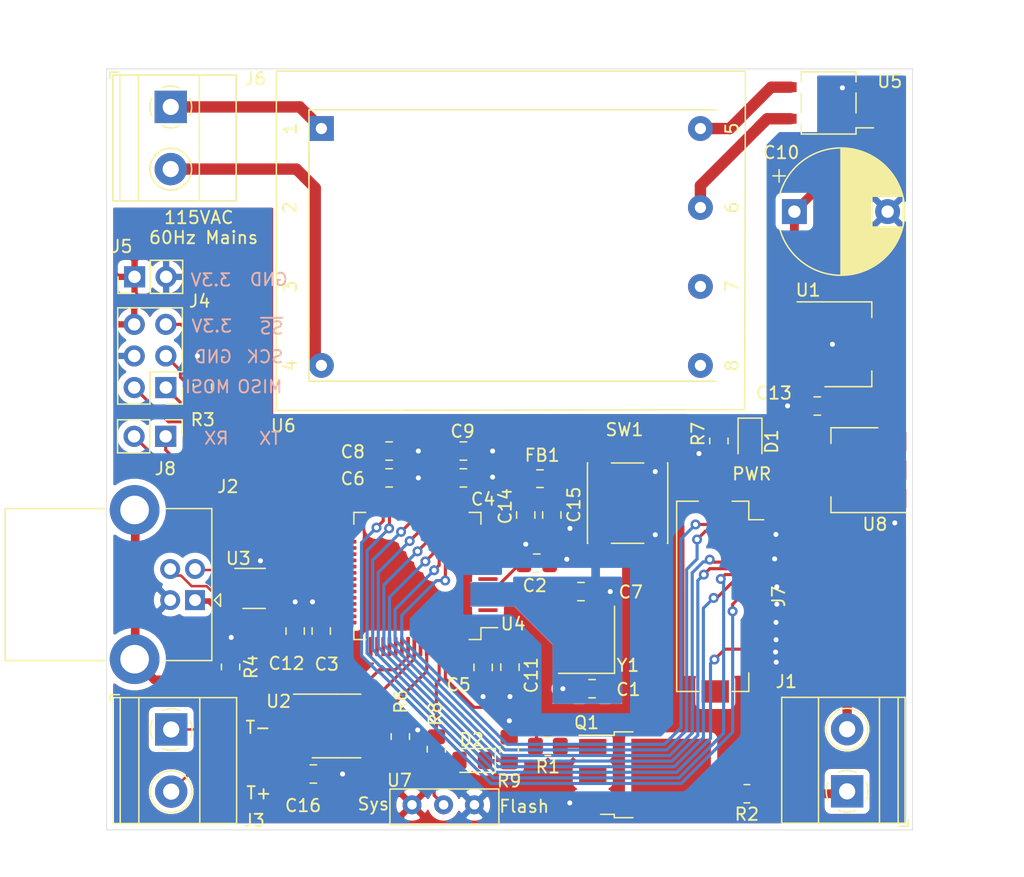
<source format=kicad_pcb>
(kicad_pcb (version 20171130) (host pcbnew 5.1.12-84ad8e8a86~92~ubuntu20.04.1)
  (layers (0 F.Cu signal) (31 B.Cu signal hide) (34 B.Paste user) (35 F.Paste user) (36 B.SilkS user) (37 F.SilkS user) (38 B.Mask user) (39 F.Mask user) (44 Edge.Cuts user))
  (net 0 "")
  (net 1 OSC_IN)
  (net 2 VSS)
  (net 3 NRST)
  (net 4 VDD_3.3)
  (net 5 OSC_OUT)
  (net 6 "Net-(C10-Pad1)")
  (net 7 VDD_10)
  (net 8 VDDA_3.3)
  (net 9 "Net-(J1-Pad1)")
  (net 10 USB_CONN-)
  (net 11 VDD_5)
  (net 12 USB_CONN+)
  (net 13 SPI_NSS)
  (net 14 SPI1_SCK)
  (net 15 SPI1_MOSI)
  (net 16 SPI1_MISO)
  (net 17 SPI2_MISO)
  (net 18 SPI2_~SS)
  (net 19 SPI2_SCK)
  (net 20 "Net-(Q1-Pad1)")
  (net 21 "Net-(Q1-Pad2)")
  (net 22 "Net-(Q1-Pad4)")
  (net 23 RELAY_CNTRL)
  (net 24 USBD-)
  (net 25 USBD+)
  (net 26 "Net-(U4-Pad2)")
  (net 27 "Net-(U4-Pad3)")
  (net 28 "Net-(U4-Pad4)")
  (net 29 "Net-(U4-Pad8)")
  (net 30 "Net-(U4-Pad9)")
  (net 31 "Net-(U4-Pad10)")
  (net 32 "Net-(U4-Pad14)")
  (net 33 "Net-(U4-Pad15)")
  (net 34 "Net-(U4-Pad16)")
  (net 35 "Net-(U4-Pad26)")
  (net 36 "Net-(U4-Pad27)")
  (net 37 "Net-(U4-Pad28)")
  (net 38 "Net-(U4-Pad37)")
  (net 39 "Net-(U4-Pad38)")
  (net 40 "Net-(U4-Pad39)")
  (net 41 "Net-(U4-Pad40)")
  (net 42 "Net-(U4-Pad41)")
  (net 43 "Net-(U4-Pad49)")
  (net 44 "Net-(U4-Pad50)")
  (net 45 "Net-(U4-Pad51)")
  (net 46 "Net-(U4-Pad52)")
  (net 47 "Net-(U4-Pad53)")
  (net 48 "Net-(U4-Pad54)")
  (net 49 "Net-(U4-Pad57)")
  (net 50 "Net-(U4-Pad59)")
  (net 51 "Net-(J6-Pad1)")
  (net 52 "Net-(J6-Pad2)")
  (net 53 "Net-(U5-Pad4)")
  (net 54 "Net-(U5-Pad3)")
  (net 55 /T-)
  (net 56 /T+)
  (net 57 LEDA)
  (net 58 LEDK)
  (net 59 DC)
  (net 60 TE)
  (net 61 "Net-(J7-Pad22)")
  (net 62 ~RES)
  (net 63 ~CS)
  (net 64 RS)
  (net 65 SDA)
  (net 66 "Net-(D1-Pad1)")
  (net 67 "Net-(D2-Pad1)")
  (net 68 "Net-(D2-Pad2)")
  (net 69 BOOT0)
  (net 70 "Net-(J2-Pad5)")
  (net 71 "Net-(U6-Pad7)")
  (net 72 "Net-(U6-Pad8)")
  (net 73 USART1_TX)
  (net 74 USART1_RX)
  (module Connector_PinHeader_2.54mm:PinHeader_1x02_P2.54mm_Vertical (layer F.Cu) (at 44.1325 103.2129 270)
    (fp_text reference J8 (at 2.6035 0.0254 180) (layer F.SilkS))
    (fp_text value Conn_01x02_Top_Bottom)
    (pad 1 thru_hole rect (at 0 0 270) (size 1.7 1.7) (drill 1) (layers *.Cu *.Mask) (net 73 USART1_TX))
    (pad 2 thru_hole oval (at 0 2.54 270) (size 1.7 1.7) (drill 1) (layers *.Cu *.Mask) (net 74 USART1_RX))
  )
  (module Connector_USB:USB_B_Lumberg_2411_02_Horizontal (layer F.Cu) (at 46.4947 116.3828 180)
    (fp_text reference J2 (at -2.6416 9.1313) (layer F.SilkS))
    (fp_text value USB_B)
    (pad 1 thru_hole rect (at 0 0 270) (size 1.6 1.6) (drill 0.95) (layers *.Cu *.Mask) (net 11 VDD_5))
    (pad 2 thru_hole circle (at 0 2.5 270) (size 1.6 1.6) (drill 0.95) (layers *.Cu *.Mask) (net 10 USB_CONN-))
    (pad 3 thru_hole circle (at 2 2.5 270) (size 1.6 1.6) (drill 0.95) (layers *.Cu *.Mask) (net 12 USB_CONN+))
    (pad 4 thru_hole circle (at 2 0 270) (size 1.6 1.6) (drill 0.95) (layers *.Cu *.Mask) (net 2 VSS))
    (pad 5 thru_hole circle (at 4.86 7.25 270) (size 4 4) (drill 2.3) (layers *.Cu *.Mask) (net 70 "Net-(J2-Pad5)"))
    (pad 5 thru_hole circle (at 4.86 -4.75 270) (size 4 4) (drill 2.3) (layers *.Cu *.Mask) (net 70 "Net-(J2-Pad5)"))
  )
  (module Resistor_SMD:R_0805_2012Metric_Pad1.20x1.40mm_HandSolder (layer F.Cu) (at 49.3522 121.7549 270)
    (fp_text reference R4 (at 0 -1.65 90) (layer F.SilkS))
    (fp_text value 10)
    (pad 1 smd roundrect (at -1 0 270) (size 1.2 1.4) (layers F.Cu F.Paste F.Mask) (roundrect_rratio 0.2083325) (net 2 VSS))
    (pad 2 smd roundrect (at 1 0 270) (size 1.2 1.4) (layers F.Cu F.Paste F.Mask) (roundrect_rratio 0.2083325) (net 70 "Net-(J2-Pad5)"))
  )
  (module Capacitor_SMD:C_0805_2012Metric_Pad1.18x1.45mm_HandSolder (layer F.Cu) (at 78.4225 123.5075 180)
    (fp_text reference C1 (at -2.921 -0.0635) (layer F.SilkS))
    (fp_text value 8pF)
    (pad 2 smd roundrect (at 1.0375 0 180) (size 1.175 1.45) (layers F.Cu F.Paste F.Mask) (roundrect_rratio 0.2127659574468085) (net 2 VSS))
    (pad 1 smd roundrect (at -1.0375 0 180) (size 1.175 1.45) (layers F.Cu F.Paste F.Mask) (roundrect_rratio 0.2127659574468085) (net 1 OSC_IN))
  )
  (module Capacitor_SMD:C_0805_2012Metric_Pad1.18x1.45mm_HandSolder (layer F.Cu) (at 73.9775 113.411)
    (fp_text reference C2 (at -0.1651 1.8034) (layer F.SilkS))
    (fp_text value 0.1uF)
    (pad 2 smd roundrect (at 1.0375 0) (size 1.175 1.45) (layers F.Cu F.Paste F.Mask) (roundrect_rratio 0.2127659574468085) (net 2 VSS))
    (pad 1 smd roundrect (at -1.0375 0) (size 1.175 1.45) (layers F.Cu F.Paste F.Mask) (roundrect_rratio 0.2127659574468085) (net 3 NRST))
  )
  (module Capacitor_SMD:C_0805_2012Metric_Pad1.18x1.45mm_HandSolder (layer F.Cu) (at 68.072 106.553)
    (fp_text reference C4 (at 1.5875 1.7145) (layer F.SilkS))
    (fp_text value 10uF)
    (pad 2 smd roundrect (at 1.0375 0) (size 1.175 1.45) (layers F.Cu F.Paste F.Mask) (roundrect_rratio 0.2127659574468085) (net 2 VSS))
    (pad 1 smd roundrect (at -1.0375 0) (size 1.175 1.45) (layers F.Cu F.Paste F.Mask) (roundrect_rratio 0.2127659574468085) (net 4 VDD_3.3))
  )
  (module Capacitor_SMD:C_0805_2012Metric_Pad1.18x1.45mm_HandSolder (layer F.Cu) (at 69.6595 121.793 270)
    (fp_text reference C5 (at 1.397 1.9685 180) (layer F.SilkS))
    (fp_text value 10uF)
    (pad 2 smd roundrect (at 1.0375 0 270) (size 1.175 1.45) (layers F.Cu F.Paste F.Mask) (roundrect_rratio 0.2127659574468085) (net 2 VSS))
    (pad 1 smd roundrect (at -1.0375 0 270) (size 1.175 1.45) (layers F.Cu F.Paste F.Mask) (roundrect_rratio 0.2127659574468085) (net 4 VDD_3.3))
  )
  (module Capacitor_SMD:C_0805_2012Metric_Pad1.18x1.45mm_HandSolder (layer F.Cu) (at 62.103 106.553)
    (fp_text reference C6 (at -2.921 0.0635) (layer F.SilkS))
    (fp_text value 10uF)
    (pad 2 smd roundrect (at 1.0375 0) (size 1.175 1.45) (layers F.Cu F.Paste F.Mask) (roundrect_rratio 0.2127659574468085) (net 2 VSS))
    (pad 1 smd roundrect (at -1.0375 0) (size 1.175 1.45) (layers F.Cu F.Paste F.Mask) (roundrect_rratio 0.2127659574468085) (net 4 VDD_3.3))
  )
  (module Capacitor_SMD:C_0805_2012Metric_Pad1.18x1.45mm_HandSolder (layer F.Cu) (at 77.5335 115.697 180)
    (fp_text reference C7 (at -4.0005 -0.0381) (layer F.SilkS))
    (fp_text value 8pF)
    (pad 2 smd roundrect (at 1.0375 0 180) (size 1.175 1.45) (layers F.Cu F.Paste F.Mask) (roundrect_rratio 0.2127659574468085) (net 5 OSC_OUT))
    (pad 1 smd roundrect (at -1.0375 0 180) (size 1.175 1.45) (layers F.Cu F.Paste F.Mask) (roundrect_rratio 0.2127659574468085) (net 2 VSS))
  )
  (module Capacitor_SMD:C_0805_2012Metric_Pad1.18x1.45mm_HandSolder (layer F.Cu) (at 62.103 104.394)
    (fp_text reference C8 (at -2.921 0.0635) (layer F.SilkS))
    (fp_text value 100nF)
    (pad 2 smd roundrect (at 1.0375 0) (size 1.175 1.45) (layers F.Cu F.Paste F.Mask) (roundrect_rratio 0.2127659574468085) (net 2 VSS))
    (pad 1 smd roundrect (at -1.0375 0) (size 1.175 1.45) (layers F.Cu F.Paste F.Mask) (roundrect_rratio 0.2127659574468085) (net 4 VDD_3.3))
  )
  (module Capacitor_SMD:C_0805_2012Metric_Pad1.18x1.45mm_HandSolder (layer F.Cu) (at 68.072 104.394)
    (fp_text reference C9 (at -0.0635 -1.5875) (layer F.SilkS))
    (fp_text value 100nF)
    (pad 2 smd roundrect (at 1.0375 0) (size 1.175 1.45) (layers F.Cu F.Paste F.Mask) (roundrect_rratio 0.2127659574468085) (net 2 VSS))
    (pad 1 smd roundrect (at -1.0375 0) (size 1.175 1.45) (layers F.Cu F.Paste F.Mask) (roundrect_rratio 0.2127659574468085) (net 4 VDD_3.3))
  )
  (module Capacitor_SMD:C_0805_2012Metric_Pad1.18x1.45mm_HandSolder (layer F.Cu) (at 71.8185 121.7715 270)
    (fp_text reference C11 (at 0.6565 -1.7145 90) (layer F.SilkS))
    (fp_text value 100nF)
    (pad 2 smd roundrect (at 1.0375 0 270) (size 1.175 1.45) (layers F.Cu F.Paste F.Mask) (roundrect_rratio 0.2127659574468085) (net 2 VSS))
    (pad 1 smd roundrect (at -1.0375 0 270) (size 1.175 1.45) (layers F.Cu F.Paste F.Mask) (roundrect_rratio 0.2127659574468085) (net 4 VDD_3.3))
  )
  (module Capacitor_SMD:C_0805_2012Metric_Pad1.18x1.45mm_HandSolder (layer F.Cu) (at 54.5465 118.872 90)
    (fp_text reference C12 (at -2.6035 -0.6985 180) (layer F.SilkS))
    (fp_text value 100nF)
    (pad 2 smd roundrect (at 1.0375 0 90) (size 1.175 1.45) (layers F.Cu F.Paste F.Mask) (roundrect_rratio 0.2127659574468085) (net 2 VSS))
    (pad 1 smd roundrect (at -1.0375 0 90) (size 1.175 1.45) (layers F.Cu F.Paste F.Mask) (roundrect_rratio 0.2127659574468085) (net 4 VDD_3.3))
  )
  (module Capacitor_SMD:C_0805_2012Metric_Pad1.18x1.45mm_HandSolder (layer F.Cu) (at 96.5327 100.7745 180)
    (fp_text reference C13 (at 3.4925 1.0414) (layer F.SilkS))
    (fp_text value 22uF)
    (pad 2 smd roundrect (at 1.0375 0 180) (size 1.175 1.45) (layers F.Cu F.Paste F.Mask) (roundrect_rratio 0.2127659574468085) (net 2 VSS))
    (pad 1 smd roundrect (at -1.0375 0 180) (size 1.175 1.45) (layers F.Cu F.Paste F.Mask) (roundrect_rratio 0.2127659574468085) (net 7 VDD_10))
  )
  (module Capacitor_SMD:C_0805_2012Metric_Pad1.18x1.45mm_HandSolder (layer F.Cu) (at 73.0885 109.5375 270)
    (fp_text reference C14 (at -0.6985 1.651 90) (layer F.SilkS))
    (fp_text value 1uF)
    (pad 2 smd roundrect (at 1.0375 0 270) (size 1.175 1.45) (layers F.Cu F.Paste F.Mask) (roundrect_rratio 0.2127659574468085) (net 2 VSS))
    (pad 1 smd roundrect (at -1.0375 0 270) (size 1.175 1.45) (layers F.Cu F.Paste F.Mask) (roundrect_rratio 0.2127659574468085) (net 8 VDDA_3.3))
  )
  (module Capacitor_SMD:C_0805_2012Metric_Pad1.18x1.45mm_HandSolder (layer F.Cu) (at 75.184 109.5375 270)
    (fp_text reference C15 (at -0.8255 -1.778 90) (layer F.SilkS))
    (fp_text value 100nF)
    (pad 2 smd roundrect (at 1.0375 0 270) (size 1.175 1.45) (layers F.Cu F.Paste F.Mask) (roundrect_rratio 0.2127659574468085) (net 2 VSS))
    (pad 1 smd roundrect (at -1.0375 0 270) (size 1.175 1.45) (layers F.Cu F.Paste F.Mask) (roundrect_rratio 0.2127659574468085) (net 8 VDDA_3.3))
  )
  (module Capacitor_SMD:C_0805_2012Metric_Pad1.18x1.45mm_HandSolder (layer F.Cu) (at 56.007 130.3655)
    (fp_text reference C16 (at -0.8255 2.54) (layer F.SilkS))
    (fp_text value 0.1uF)
    (pad 2 smd roundrect (at 1.0375 0) (size 1.175 1.45) (layers F.Cu F.Paste F.Mask) (roundrect_rratio 0.2127659574468085) (net 2 VSS))
    (pad 1 smd roundrect (at -1.0375 0) (size 1.175 1.45) (layers F.Cu F.Paste F.Mask) (roundrect_rratio 0.2127659574468085) (net 4 VDD_3.3))
  )
  (module Capacitor_SMD:C_0805_2012Metric_Pad1.18x1.45mm_HandSolder (layer F.Cu) (at 56.642 118.872 90)
    (fp_text reference C3 (at -2.667 0.4445 180) (layer F.SilkS))
    (fp_text value 10uF)
    (pad 2 smd roundrect (at 1.0375 0 90) (size 1.175 1.45) (layers F.Cu F.Paste F.Mask) (roundrect_rratio 0.2127659574468085) (net 2 VSS))
    (pad 1 smd roundrect (at -1.0375 0 90) (size 1.175 1.45) (layers F.Cu F.Paste F.Mask) (roundrect_rratio 0.2127659574468085) (net 4 VDD_3.3))
  )
  (module Package_QFP:LQFP-64_10x10mm_P0.5mm (layer F.Cu) (at 64.3763 114.4397 180)
    (fp_text reference U4 (at -7.6962 -3.8608) (layer F.SilkS))
    (fp_text value STM32L053R6T6)
    (pad 1 smd roundrect (at -5.675 -3.75 180) (size 1.55 0.3) (layers F.Cu F.Paste F.Mask))
    (pad 2 smd roundrect (at -5.675 -3.25 180) (size 1.55 0.3) (layers F.Cu F.Paste F.Mask) (net 26 "Net-(U4-Pad2)"))
    (pad 3 smd roundrect (at -5.675 -2.75 180) (size 1.55 0.3) (layers F.Cu F.Paste F.Mask) (net 27 "Net-(U4-Pad3)"))
    (pad 4 smd roundrect (at -5.675 -2.25 180) (size 1.55 0.3) (layers F.Cu F.Paste F.Mask) (net 28 "Net-(U4-Pad4)"))
    (pad 5 smd roundrect (at -5.675 -1.75 180) (size 1.55 0.3) (layers F.Cu F.Paste F.Mask) (net 1 OSC_IN))
    (pad 6 smd roundrect (at -5.675 -1.25 180) (size 1.55 0.3) (layers F.Cu F.Paste F.Mask) (net 5 OSC_OUT))
    (pad 7 smd roundrect (at -5.675 -0.75 180) (size 1.55 0.3) (layers F.Cu F.Paste F.Mask) (net 3 NRST))
    (pad 8 smd roundrect (at -5.675 -0.25 180) (size 1.55 0.3) (layers F.Cu F.Paste F.Mask) (net 29 "Net-(U4-Pad8)"))
    (pad 9 smd roundrect (at -5.675 0.25 180) (size 1.55 0.3) (layers F.Cu F.Paste F.Mask) (net 30 "Net-(U4-Pad9)"))
    (pad 10 smd roundrect (at -5.675 0.75 180) (size 1.55 0.3) (layers F.Cu F.Paste F.Mask) (net 31 "Net-(U4-Pad10)"))
    (pad 11 smd roundrect (at -5.675 1.25 180) (size 1.55 0.3) (layers F.Cu F.Paste F.Mask))
    (pad 12 smd roundrect (at -5.675 1.75 180) (size 1.55 0.3) (layers F.Cu F.Paste F.Mask) (net 2 VSS))
    (pad 13 smd roundrect (at -5.675 2.25 180) (size 1.55 0.3) (layers F.Cu F.Paste F.Mask) (net 8 VDDA_3.3))
    (pad 14 smd roundrect (at -5.675 2.75 180) (size 1.55 0.3) (layers F.Cu F.Paste F.Mask) (net 32 "Net-(U4-Pad14)"))
    (pad 15 smd roundrect (at -5.675 3.25 180) (size 1.55 0.3) (layers F.Cu F.Paste F.Mask) (net 33 "Net-(U4-Pad15)"))
    (pad 16 smd roundrect (at -5.675 3.75 180) (size 1.55 0.3) (layers F.Cu F.Paste F.Mask) (net 34 "Net-(U4-Pad16)"))
    (pad 17 smd roundrect (at -3.75 5.675 180) (size 0.3 1.55) (layers F.Cu F.Paste F.Mask))
    (pad 18 smd roundrect (at -3.25 5.675 180) (size 0.3 1.55) (layers F.Cu F.Paste F.Mask) (net 2 VSS))
    (pad 19 smd roundrect (at -2.75 5.675 180) (size 0.3 1.55) (layers F.Cu F.Paste F.Mask) (net 4 VDD_3.3))
    (pad 20 smd roundrect (at -2.25 5.675 180) (size 0.3 1.55) (layers F.Cu F.Paste F.Mask) (net 57 LEDA))
    (pad 21 smd roundrect (at -1.75 5.675 180) (size 0.3 1.55) (layers F.Cu F.Paste F.Mask) (net 58 LEDK))
    (pad 22 smd roundrect (at -1.25 5.675 180) (size 0.3 1.55) (layers F.Cu F.Paste F.Mask) (net 62 ~RES))
    (pad 23 smd roundrect (at -0.75 5.675 180) (size 0.3 1.55) (layers F.Cu F.Paste F.Mask) (net 63 ~CS))
    (pad 24 smd roundrect (at -0.25 5.675 180) (size 0.3 1.55) (layers F.Cu F.Paste F.Mask) (net 64 RS))
    (pad 25 smd roundrect (at 0.25 5.675 180) (size 0.3 1.55) (layers F.Cu F.Paste F.Mask) (net 60 TE))
    (pad 26 smd roundrect (at 0.75 5.675 180) (size 0.3 1.55) (layers F.Cu F.Paste F.Mask) (net 35 "Net-(U4-Pad26)"))
    (pad 27 smd roundrect (at 1.25 5.675 180) (size 0.3 1.55) (layers F.Cu F.Paste F.Mask) (net 36 "Net-(U4-Pad27)"))
    (pad 28 smd roundrect (at 1.75 5.675 180) (size 0.3 1.55) (layers F.Cu F.Paste F.Mask) (net 37 "Net-(U4-Pad28)"))
    (pad 29 smd roundrect (at 2.25 5.675 180) (size 0.3 1.55) (layers F.Cu F.Paste F.Mask) (net 59 DC))
    (pad 30 smd roundrect (at 2.75 5.675 180) (size 0.3 1.55) (layers F.Cu F.Paste F.Mask) (net 65 SDA))
    (pad 31 smd roundrect (at 3.25 5.675 180) (size 0.3 1.55) (layers F.Cu F.Paste F.Mask) (net 2 VSS))
    (pad 32 smd roundrect (at 3.75 5.675 180) (size 0.3 1.55) (layers F.Cu F.Paste F.Mask) (net 4 VDD_3.3))
    (pad 33 smd roundrect (at 5.675 3.75 180) (size 1.55 0.3) (layers F.Cu F.Paste F.Mask) (net 13 SPI_NSS))
    (pad 34 smd roundrect (at 5.675 3.25 180) (size 1.55 0.3) (layers F.Cu F.Paste F.Mask) (net 14 SPI1_SCK))
    (pad 35 smd roundrect (at 5.675 2.75 180) (size 1.55 0.3) (layers F.Cu F.Paste F.Mask) (net 16 SPI1_MISO))
    (pad 36 smd roundrect (at 5.675 2.25 180) (size 1.55 0.3) (layers F.Cu F.Paste F.Mask) (net 15 SPI1_MOSI))
    (pad 37 smd roundrect (at 5.675 1.75 180) (size 1.55 0.3) (layers F.Cu F.Paste F.Mask) (net 38 "Net-(U4-Pad37)"))
    (pad 38 smd roundrect (at 5.675 1.25 180) (size 1.55 0.3) (layers F.Cu F.Paste F.Mask) (net 39 "Net-(U4-Pad38)"))
    (pad 39 smd roundrect (at 5.675 0.75 180) (size 1.55 0.3) (layers F.Cu F.Paste F.Mask) (net 40 "Net-(U4-Pad39)"))
    (pad 40 smd roundrect (at 5.675 0.25 180) (size 1.55 0.3) (layers F.Cu F.Paste F.Mask) (net 41 "Net-(U4-Pad40)"))
    (pad 41 smd roundrect (at 5.675 -0.25 180) (size 1.55 0.3) (layers F.Cu F.Paste F.Mask) (net 42 "Net-(U4-Pad41)"))
    (pad 42 smd roundrect (at 5.675 -0.75 180) (size 1.55 0.3) (layers F.Cu F.Paste F.Mask) (net 73 USART1_TX))
    (pad 43 smd roundrect (at 5.675 -1.25 180) (size 1.55 0.3) (layers F.Cu F.Paste F.Mask) (net 74 USART1_RX))
    (pad 44 smd roundrect (at 5.675 -1.75 180) (size 1.55 0.3) (layers F.Cu F.Paste F.Mask) (net 24 USBD-))
    (pad 45 smd roundrect (at 5.675 -2.25 180) (size 1.55 0.3) (layers F.Cu F.Paste F.Mask) (net 25 USBD+))
    (pad 46 smd roundrect (at 5.675 -2.75 180) (size 1.55 0.3) (layers F.Cu F.Paste F.Mask))
    (pad 47 smd roundrect (at 5.675 -3.25 180) (size 1.55 0.3) (layers F.Cu F.Paste F.Mask) (net 2 VSS))
    (pad 48 smd roundrect (at 5.675 -3.75 180) (size 1.55 0.3) (layers F.Cu F.Paste F.Mask) (net 4 VDD_3.3))
    (pad 49 smd roundrect (at 3.75 -5.675 180) (size 0.3 1.55) (layers F.Cu F.Paste F.Mask) (net 43 "Net-(U4-Pad49)"))
    (pad 50 smd roundrect (at 3.25 -5.675 180) (size 0.3 1.55) (layers F.Cu F.Paste F.Mask) (net 44 "Net-(U4-Pad50)"))
    (pad 51 smd roundrect (at 2.75 -5.675 180) (size 0.3 1.55) (layers F.Cu F.Paste F.Mask) (net 45 "Net-(U4-Pad51)"))
    (pad 52 smd roundrect (at 2.25 -5.675 180) (size 0.3 1.55) (layers F.Cu F.Paste F.Mask) (net 46 "Net-(U4-Pad52)"))
    (pad 53 smd roundrect (at 1.75 -5.675 180) (size 0.3 1.55) (layers F.Cu F.Paste F.Mask) (net 47 "Net-(U4-Pad53)"))
    (pad 54 smd roundrect (at 1.25 -5.675 180) (size 0.3 1.55) (layers F.Cu F.Paste F.Mask) (net 48 "Net-(U4-Pad54)"))
    (pad 55 smd roundrect (at 0.75 -5.675 180) (size 0.3 1.55) (layers F.Cu F.Paste F.Mask) (net 19 SPI2_SCK))
    (pad 56 smd roundrect (at 0.25 -5.675 180) (size 0.3 1.55) (layers F.Cu F.Paste F.Mask) (net 17 SPI2_MISO))
    (pad 57 smd roundrect (at -0.25 -5.675 180) (size 0.3 1.55) (layers F.Cu F.Paste F.Mask) (net 49 "Net-(U4-Pad57)"))
    (pad 58 smd roundrect (at -0.75 -5.675 180) (size 0.3 1.55) (layers F.Cu F.Paste F.Mask) (net 18 SPI2_~SS))
    (pad 59 smd roundrect (at -1.25 -5.675 180) (size 0.3 1.55) (layers F.Cu F.Paste F.Mask) (net 50 "Net-(U4-Pad59)"))
    (pad 60 smd roundrect (at -1.75 -5.675 180) (size 0.3 1.55) (layers F.Cu F.Paste F.Mask) (net 69 BOOT0))
    (pad 61 smd roundrect (at -2.25 -5.675 180) (size 0.3 1.55) (layers F.Cu F.Paste F.Mask) (net 23 RELAY_CNTRL))
    (pad 62 smd roundrect (at -2.75 -5.675 180) (size 0.3 1.55) (layers F.Cu F.Paste F.Mask))
    (pad 63 smd roundrect (at -3.25 -5.675 180) (size 0.3 1.55) (layers F.Cu F.Paste F.Mask) (net 2 VSS))
    (pad 64 smd roundrect (at -3.75 -5.675 180) (size 0.3 1.55) (layers F.Cu F.Paste F.Mask) (net 4 VDD_3.3))
  )
  (module Package_SO:SOIC-8_3.9x4.9mm_P1.27mm (layer F.Cu) (at 57.8739 126.5047)
    (fp_text reference U2 (at -4.6609 -1.9812) (layer F.SilkS))
    (fp_text value MAX31855KASA)
    (pad 1 smd roundrect (at -2.475 -1.905) (size 1.95 0.6) (layers F.Cu F.Paste F.Mask) (net 2 VSS))
    (pad 2 smd roundrect (at -2.475 -0.635) (size 1.95 0.6) (layers F.Cu F.Paste F.Mask) (net 55 /T-))
    (pad 3 smd roundrect (at -2.475 0.635) (size 1.95 0.6) (layers F.Cu F.Paste F.Mask) (net 56 /T+))
    (pad 4 smd roundrect (at -2.475 1.905) (size 1.95 0.6) (layers F.Cu F.Paste F.Mask) (net 4 VDD_3.3))
    (pad 5 smd roundrect (at 2.475 1.905) (size 1.95 0.6) (layers F.Cu F.Paste F.Mask) (net 19 SPI2_SCK))
    (pad 6 smd roundrect (at 2.475 0.635) (size 1.95 0.6) (layers F.Cu F.Paste F.Mask) (net 18 SPI2_~SS))
    (pad 7 smd roundrect (at 2.475 -0.635) (size 1.95 0.6) (layers F.Cu F.Paste F.Mask) (net 17 SPI2_MISO))
    (pad 8 smd roundrect (at 2.475 -1.905) (size 1.95 0.6) (layers F.Cu F.Paste F.Mask))
  )
  (module Connector_FFC-FPC:Hirose_FH12-24S-0.5SH_1x24-1MP_P0.50mm_Horizontal (layer F.Cu) (at 89.7255 116.078 270)
    (fp_text reference J7 (at 0 -3.7 90) (layer F.SilkS))
    (fp_text value Conn_01x24_Male)
    (pad MP smd rect (at 7.65 1.4 270) (size 1.8 2.2) (layers F.Cu F.Paste F.Mask))
    (pad MP smd rect (at -7.65 1.4 270) (size 1.8 2.2) (layers F.Cu F.Paste F.Mask))
    (pad 1 smd rect (at -5.75 -1.85 270) (size 0.3 1.3) (layers F.Cu F.Paste F.Mask) (net 57 LEDA))
    (pad 2 smd rect (at -5.25 -1.85 270) (size 0.3 1.3) (layers F.Cu F.Paste F.Mask) (net 58 LEDK))
    (pad 3 smd rect (at -4.75 -1.85 270) (size 0.3 1.3) (layers F.Cu F.Paste F.Mask) (net 2 VSS))
    (pad 4 smd rect (at -4.25 -1.85 270) (size 0.3 1.3) (layers F.Cu F.Paste F.Mask) (net 4 VDD_3.3))
    (pad 5 smd rect (at -3.75 -1.85 270) (size 0.3 1.3) (layers F.Cu F.Paste F.Mask) (net 4 VDD_3.3))
    (pad 6 smd rect (at -3.25 -1.85 270) (size 0.3 1.3) (layers F.Cu F.Paste F.Mask) (net 2 VSS))
    (pad 7 smd rect (at -2.75 -1.85 270) (size 0.3 1.3) (layers F.Cu F.Paste F.Mask) (net 62 ~RES))
    (pad 8 smd rect (at -2.25 -1.85 270) (size 0.3 1.3) (layers F.Cu F.Paste F.Mask) (net 63 ~CS))
    (pad 9 smd rect (at -1.75 -1.85 270) (size 0.3 1.3) (layers F.Cu F.Paste F.Mask) (net 59 DC))
    (pad 10 smd rect (at -1.25 -1.85 270) (size 0.3 1.3) (layers F.Cu F.Paste F.Mask) (net 64 RS))
    (pad 11 smd rect (at -0.75 -1.85 270) (size 0.3 1.3) (layers F.Cu F.Paste F.Mask) (net 2 VSS))
    (pad 12 smd rect (at -0.25 -1.85 270) (size 0.3 1.3) (layers F.Cu F.Paste F.Mask) (net 65 SDA))
    (pad 13 smd rect (at 0.25 -1.85 270) (size 0.3 1.3) (layers F.Cu F.Paste F.Mask) (net 2 VSS))
    (pad 14 smd rect (at 0.75 -1.85 270) (size 0.3 1.3) (layers F.Cu F.Paste F.Mask) (net 2 VSS))
    (pad 15 smd rect (at 1.25 -1.85 270) (size 0.3 1.3) (layers F.Cu F.Paste F.Mask) (net 2 VSS))
    (pad 16 smd rect (at 1.75 -1.85 270) (size 0.3 1.3) (layers F.Cu F.Paste F.Mask) (net 2 VSS))
    (pad 17 smd rect (at 2.25 -1.85 270) (size 0.3 1.3) (layers F.Cu F.Paste F.Mask) (net 2 VSS))
    (pad 18 smd rect (at 2.75 -1.85 270) (size 0.3 1.3) (layers F.Cu F.Paste F.Mask) (net 2 VSS))
    (pad 19 smd rect (at 3.25 -1.85 270) (size 0.3 1.3) (layers F.Cu F.Paste F.Mask) (net 2 VSS))
    (pad 20 smd rect (at 3.75 -1.85 270) (size 0.3 1.3) (layers F.Cu F.Paste F.Mask) (net 2 VSS))
    (pad 21 smd rect (at 4.25 -1.85 270) (size 0.3 1.3) (layers F.Cu F.Paste F.Mask) (net 60 TE))
    (pad 22 smd rect (at 4.75 -1.85 270) (size 0.3 1.3) (layers F.Cu F.Paste F.Mask) (net 61 "Net-(J7-Pad22)"))
    (pad 23 smd rect (at 5.25 -1.85 270) (size 0.3 1.3) (layers F.Cu F.Paste F.Mask) (net 2 VSS))
    (pad 24 smd rect (at 5.75 -1.85 270) (size 0.3 1.3) (layers F.Cu F.Paste F.Mask) (net 2 VSS))
  )
  (module Button_Switch_SMD:SW_Push_1P1T_NO_6x6mm_H9.5mm (layer F.Cu) (at 81.28 108.585 90)
    (fp_text reference SW1 (at 5.9055 -0.254 180) (layer F.SilkS))
    (fp_text value SW_DIP_x01)
    (pad 2 smd rect (at -3.975 2.25 90) (size 1.55 1.3) (layers F.Cu F.Paste F.Mask) (net 2 VSS))
    (pad 1 smd rect (at -3.975 -2.25 90) (size 1.55 1.3) (layers F.Cu F.Paste F.Mask) (net 3 NRST))
    (pad 1 smd rect (at 3.975 -2.25 90) (size 1.55 1.3) (layers F.Cu F.Paste F.Mask) (net 3 NRST))
    (pad 2 smd rect (at 3.975 2.25 90) (size 1.55 1.3) (layers F.Cu F.Paste F.Mask) (net 2 VSS))
  )
  (module TerminalBlock_Phoenix:TerminalBlock_Phoenix_MKDS-1,5-2_1x02_P5.00mm_Horizontal (layer F.Cu) (at 98.933 131.7625 90)
    (fp_text reference J1 (at 8.8265 -4.8895 180) (layer F.SilkS))
    (fp_text value Conn_01x02_Male)
    (pad 2 thru_hole circle (at 5 0 90) (size 2.6 2.6) (drill 1.3) (layers *.Cu *.Mask) (net 7 VDD_10))
    (pad 1 thru_hole rect (at 0 0 90) (size 2.6 2.6) (drill 1.3) (layers *.Cu *.Mask) (net 9 "Net-(J1-Pad1)"))
  )
  (module TerminalBlock_Phoenix:TerminalBlock_Phoenix_MKDS-1,5-2_1x02_P5.00mm_Horizontal (layer F.Cu) (at 44.577 126.7841 270)
    (fp_text reference J3 (at 7.3279 -6.6675 180) (layer F.SilkS))
    (fp_text value Conn_01x02_Male)
    (pad 1 thru_hole rect (at 0 0 270) (size 2.6 2.6) (drill 1.3) (layers *.Cu *.Mask) (net 55 /T-))
    (pad 2 thru_hole circle (at 5 0 270) (size 2.6 2.6) (drill 1.3) (layers *.Cu *.Mask) (net 56 /T+))
  )
  (module Package_TO_SOT_SMD:TO-252-3_TabPin4 (layer F.Cu) (at 82.677 130.429)
    (fp_text reference Q1 (at -4.699 -4.191) (layer F.SilkS))
    (fp_text value 2SD1805)
    (pad 1 smd rect (at -4.2 -2.28) (size 2.2 1.2) (layers F.Cu F.Paste F.Mask) (net 20 "Net-(Q1-Pad1)"))
    (pad 2 smd rect (at -4.2 0) (size 2.2 1.2) (layers F.Cu F.Paste F.Mask) (net 21 "Net-(Q1-Pad2)"))
    (pad 3 smd rect (at -4.2 2.28) (size 2.2 1.2) (layers F.Cu F.Paste F.Mask) (net 2 VSS))
    (pad 4 smd rect (at 2.1 0) (size 6.4 5.8) (layers F.Cu F.Mask) (net 22 "Net-(Q1-Pad4)"))
  )
  (module Package_TO_SOT_SMD:SOT-23-6 (layer F.Cu) (at 51.2445 115.443)
    (fp_text reference U3 (at -1.27 -2.413) (layer F.SilkS))
    (fp_text value "RCLAMP0502A.TCT ")
    (pad 1 smd rect (at -1.1 -0.95) (size 1.06 0.65) (layers F.Cu F.Paste F.Mask) (net 10 USB_CONN-))
    (pad 2 smd rect (at -1.1 0) (size 1.06 0.65) (layers F.Cu F.Paste F.Mask) (net 2 VSS))
    (pad 3 smd rect (at -1.1 0.95) (size 1.06 0.65) (layers F.Cu F.Paste F.Mask) (net 12 USB_CONN+))
    (pad 4 smd rect (at 1.1 0.95) (size 1.06 0.65) (layers F.Cu F.Paste F.Mask) (net 25 USBD+))
    (pad 6 smd rect (at 1.1 -0.95) (size 1.06 0.65) (layers F.Cu F.Paste F.Mask) (net 24 USBD-))
    (pad 5 smd rect (at 1.1 0) (size 1.06 0.65) (layers F.Cu F.Paste F.Mask) (net 11 VDD_5))
  )
  (module Package_TO_SOT_SMD:TO-269AA (layer F.Cu) (at 97.4471 76.4032 180)
    (fp_text reference U5 (at -4.9149 1.7272) (layer F.SilkS))
    (fp_text value CDBHD140L-G)
    (pad 1 smd rect (at -3.075 -1.27 180) (size 1 0.8) (layers F.Cu F.Paste F.Mask) (net 6 "Net-(C10-Pad1)"))
    (pad 2 smd rect (at -3.075 1.27 180) (size 1 0.8) (layers F.Cu F.Paste F.Mask) (net 2 VSS))
    (pad 3 smd rect (at 3.075 1.27 180) (size 1 0.8) (layers F.Cu F.Paste F.Mask) (net 54 "Net-(U5-Pad3)"))
    (pad 4 smd rect (at 3.075 -1.27 180) (size 1 0.8) (layers F.Cu F.Paste F.Mask) (net 53 "Net-(U5-Pad4)"))
  )
  (module Crystal:Crystal_SMD_3225-4Pin_3.2x2.5mm_HandSoldering (layer F.Cu) (at 77.978 119.5705 90)
    (fp_text reference Y1 (at -2.0574 3.3274 180) (layer F.SilkS))
    (fp_text value Crystal_GND24)
    (pad 1 smd rect (at -1.45 1.15 90) (size 2.1 1.8) (layers F.Cu F.Paste F.Mask) (net 1 OSC_IN))
    (pad 2 smd rect (at 1.45 1.15 90) (size 2.1 1.8) (layers F.Cu F.Paste F.Mask) (net 2 VSS))
    (pad 3 smd rect (at 1.45 -1.15 90) (size 2.1 1.8) (layers F.Cu F.Paste F.Mask) (net 5 OSC_OUT))
    (pad 4 smd rect (at -1.45 -1.15 90) (size 2.1 1.8) (layers F.Cu F.Paste F.Mask) (net 2 VSS))
  )
  (module Package_TO_SOT_SMD:SOT-223 (layer F.Cu) (at 99.0092 95.8088)
    (fp_text reference U1 (at -3.2131 -4.3561) (layer F.SilkS))
    (fp_text value LM2940IMPX-10/NOPB)
    (pad 4 smd rect (at 3.15 0) (size 2 3.8) (layers F.Cu F.Paste F.Mask))
    (pad 2 smd rect (at -3.15 0) (size 2 1.5) (layers F.Cu F.Paste F.Mask) (net 2 VSS))
    (pad 3 smd rect (at -3.15 2.3) (size 2 1.5) (layers F.Cu F.Paste F.Mask) (net 7 VDD_10))
    (pad 1 smd rect (at -3.15 -2.3) (size 2 1.5) (layers F.Cu F.Paste F.Mask) (net 6 "Net-(C10-Pad1)"))
  )
  (module TerminalBlock_Phoenix:TerminalBlock_Phoenix_MKDS-1,5-2_1x02_P5.00mm_Horizontal (layer F.Cu) (at 44.5389 76.7207 270)
    (fp_text reference J6 (at -2.2606 -6.8072 180) (layer F.SilkS))
    (fp_text value Conn_01x02_Male)
    (pad 1 thru_hole rect (at 0 0 270) (size 2.6 2.6) (drill 1.3) (layers *.Cu *.Mask) (net 51 "Net-(J6-Pad1)"))
    (pad 2 thru_hole circle (at 5 0 270) (size 2.6 2.6) (drill 1.3) (layers *.Cu *.Mask) (net 52 "Net-(J6-Pad2)"))
  )
  (module F24-100-C2:Transformer_Breve_TEZ-22x24 (layer F.Cu) (at 56.6547 78.4606 270)
    (fp_text reference U6 (at 23.9014 3.0607 180) (layer F.SilkS))
    (fp_text value F24-100-C2)
    (fp_text user 8 (at 19.05 -33.02 90) (layer F.SilkS))
    (fp_text user 7 (at 12.7 -33.02 90) (layer F.SilkS))
    (fp_text user 6 (at 6.35 -33.02 90) (layer F.SilkS))
    (fp_text user 5 (at 0 -33.02 90) (layer F.SilkS))
    (fp_text user 4 (at 19.05 2.5 90) (layer F.SilkS))
    (fp_text user 3 (at 12.7 2.5 90) (layer F.SilkS))
    (fp_text user 2 (at 6.35 2.54 90) (layer F.SilkS))
    (fp_text user 1 (at 0 2.5 90) (layer F.SilkS))
    (pad 1 thru_hole rect (at 0 0 270) (size 2 2) (drill 0.9) (layers *.Cu *.Mask) (net 51 "Net-(J6-Pad1)"))
    (pad 4 thru_hole circle (at 19.05 0 270) (size 2 2) (drill 0.9) (layers *.Cu *.Mask) (net 52 "Net-(J6-Pad2)"))
    (pad 5 thru_hole circle (at 0 -30.48 270) (size 2 2) (drill 0.9) (layers *.Cu *.Mask) (net 54 "Net-(U5-Pad3)"))
    (pad 6 thru_hole circle (at 6.35 -30.48 270) (size 2 2) (drill 0.9) (layers *.Cu *.Mask) (net 53 "Net-(U5-Pad4)"))
    (pad 7 thru_hole circle (at 12.7 -30.48 270) (size 2 2) (drill 0.9) (layers *.Cu *.Mask) (net 71 "Net-(U6-Pad7)"))
    (pad 8 thru_hole circle (at 19.05 -30.48 270) (size 2 2) (drill 0.9) (layers *.Cu *.Mask) (net 72 "Net-(U6-Pad8)"))
  )
  (module SPDT:SPDT_Reflow (layer F.Cu) (at 67.1195 130.302)
    (fp_text reference U7 (at -4.191 0.5715) (layer F.SilkS))
    (fp_text value SPDT_Reflow)
    (pad 1 thru_hole circle (at -3.175 2.54) (size 1.524 1.524) (drill 0.762) (layers *.Cu *.Mask) (net 4 VDD_3.3))
    (pad 2 thru_hole circle (at -0.635 2.54) (size 1.524 1.524) (drill 0.762) (layers *.Cu *.Mask) (net 68 "Net-(D2-Pad2)"))
    (pad 3 thru_hole circle (at 1.8415 2.54) (size 1.524 1.524) (drill 0.762) (layers *.Cu *.Mask) (net 2 VSS))
  )
  (module Connector_PinHeader_2.54mm:PinHeader_2x03_P2.54mm_Vertical (layer F.Cu) (at 44.1452 99.2886 180)
    (fp_text reference J4 (at -2.7178 6.9469) (layer F.SilkS))
    (fp_text value Conn_02x03_Top_Bottom)
    (pad 1 thru_hole rect (at 0 0 180) (size 1.7 1.7) (drill 1) (layers *.Cu *.Mask) (net 16 SPI1_MISO))
    (pad 2 thru_hole oval (at 2.54 0 180) (size 1.7 1.7) (drill 1) (layers *.Cu *.Mask) (net 15 SPI1_MOSI))
    (pad 3 thru_hole oval (at 0 2.54 180) (size 1.7 1.7) (drill 1) (layers *.Cu *.Mask) (net 14 SPI1_SCK))
    (pad 4 thru_hole oval (at 2.54 2.54 180) (size 1.7 1.7) (drill 1) (layers *.Cu *.Mask) (net 2 VSS))
    (pad 5 thru_hole oval (at 0 5.08 180) (size 1.7 1.7) (drill 1) (layers *.Cu *.Mask) (net 13 SPI_NSS))
    (pad 6 thru_hole oval (at 2.54 5.08 180) (size 1.7 1.7) (drill 1) (layers *.Cu *.Mask) (net 4 VDD_3.3))
  )
  (module LED_SMD:LED_0805_2012Metric_Pad1.15x1.40mm_HandSolder (layer F.Cu) (at 91.1225 103.6066 270)
    (fp_text reference D1 (at 0.0254 -1.7399 270) (layer F.SilkS))
    (fp_text value LED)
    (pad 1 smd roundrect (at -1.025 0 270) (size 1.15 1.4) (layers F.Cu F.Paste F.Mask) (roundrect_rratio 0.2173904347826087) (net 66 "Net-(D1-Pad1)"))
    (pad 2 smd roundrect (at 1.025 0 270) (size 1.15 1.4) (layers F.Cu F.Paste F.Mask) (roundrect_rratio 0.2173904347826087) (net 4 VDD_3.3))
  )
  (module LED_SMD:LED_0805_2012Metric_Pad1.15x1.40mm_HandSolder (layer F.Cu) (at 68.7832 129.2733 180)
    (fp_text reference D2 (at 0.0508 1.6637) (layer F.SilkS))
    (fp_text value LED)
    (pad 2 smd roundrect (at 1.025 0 180) (size 1.15 1.4) (layers F.Cu F.Paste F.Mask) (roundrect_rratio 0.2173904347826087) (net 68 "Net-(D2-Pad2)"))
    (pad 1 smd roundrect (at -1.025 0 180) (size 1.15 1.4) (layers F.Cu F.Paste F.Mask) (roundrect_rratio 0.2173904347826087) (net 67 "Net-(D2-Pad1)"))
  )
  (module Inductor_SMD:L_0805_2012Metric_Pad1.15x1.40mm_HandSolder (layer F.Cu) (at 74.2315 106.6165 180)
    (fp_text reference FB1 (at -0.1778 1.8796) (layer F.SilkS))
    (fp_text value "MMZ1005S601HTD25 ")
    (pad 1 smd roundrect (at -1.025 0 180) (size 1.15 1.4) (layers F.Cu F.Paste F.Mask) (roundrect_rratio 0.2173904347826087) (net 8 VDDA_3.3))
    (pad 2 smd roundrect (at 1.025 0 180) (size 1.15 1.4) (layers F.Cu F.Paste F.Mask) (roundrect_rratio 0.2173904347826087) (net 4 VDD_3.3))
  )
  (module Resistor_SMD:R_0805_2012Metric_Pad1.20x1.40mm_HandSolder (layer F.Cu) (at 74.8665 128.143 180)
    (fp_text reference R1 (at 0 -1.65) (layer F.SilkS))
    (fp_text value 260)
    (pad 1 smd roundrect (at -1 0 180) (size 1.2 1.4) (layers F.Cu F.Paste F.Mask) (roundrect_rratio 0.2083325) (net 20 "Net-(Q1-Pad1)"))
    (pad 2 smd roundrect (at 1 0 180) (size 1.2 1.4) (layers F.Cu F.Paste F.Mask) (roundrect_rratio 0.2083325) (net 23 RELAY_CNTRL))
  )
  (module Resistor_SMD:R_0805_2012Metric_Pad1.20x1.40mm_HandSolder (layer F.Cu) (at 90.8685 131.953 180)
    (fp_text reference R2 (at 0 -1.65) (layer F.SilkS))
    (fp_text value 653)
    (pad 1 smd roundrect (at -1 0 180) (size 1.2 1.4) (layers F.Cu F.Paste F.Mask) (roundrect_rratio 0.2083325) (net 9 "Net-(J1-Pad1)"))
    (pad 2 smd roundrect (at 1 0 180) (size 1.2 1.4) (layers F.Cu F.Paste F.Mask) (roundrect_rratio 0.2083325) (net 22 "Net-(Q1-Pad4)"))
  )
  (module Resistor_SMD:R_0805_2012Metric_Pad1.20x1.40mm_HandSolder (layer F.Cu) (at 47.0916 99.2251 90)
    (fp_text reference R3 (at -2.6543 0.0254 180) (layer F.SilkS))
    (fp_text value 10k)
    (pad 2 smd roundrect (at 1 0 90) (size 1.2 1.4) (layers F.Cu F.Paste F.Mask) (roundrect_rratio 0.2083325) (net 2 VSS))
    (pad 1 smd roundrect (at -1 0 90) (size 1.2 1.4) (layers F.Cu F.Paste F.Mask) (roundrect_rratio 0.2083325) (net 14 SPI1_SCK))
  )
  (module Resistor_SMD:R_0805_2012Metric_Pad1.20x1.40mm_HandSolder (layer F.Cu) (at 63.0047 127.3556 90)
    (fp_text reference R6 (at 2.8194 0.0381 90) (layer F.SilkS))
    (fp_text value 10k)
    (pad 2 smd roundrect (at 1 0 90) (size 1.2 1.4) (layers F.Cu F.Paste F.Mask) (roundrect_rratio 0.2083325) (net 2 VSS))
    (pad 1 smd roundrect (at -1 0 90) (size 1.2 1.4) (layers F.Cu F.Paste F.Mask) (roundrect_rratio 0.2083325) (net 19 SPI2_SCK))
  )
  (module Resistor_SMD:R_0805_2012Metric_Pad1.20x1.40mm_HandSolder (layer F.Cu) (at 88.6206 103.5812 90)
    (fp_text reference R7 (at 0.5588 -1.6764 90) (layer F.SilkS))
    (fp_text value 1k)
    (pad 1 smd roundrect (at -1 0 90) (size 1.2 1.4) (layers F.Cu F.Paste F.Mask) (roundrect_rratio 0.2083325) (net 2 VSS))
    (pad 2 smd roundrect (at 1 0 90) (size 1.2 1.4) (layers F.Cu F.Paste F.Mask) (roundrect_rratio 0.2083325) (net 66 "Net-(D1-Pad1)"))
  )
  (module Resistor_SMD:R_0805_2012Metric_Pad1.20x1.40mm_HandSolder (layer F.Cu) (at 65.9003 128.3716 90)
    (fp_text reference R8 (at 2.8448 -0.0889 90) (layer F.SilkS))
    (fp_text value 10k)
    (pad 1 smd roundrect (at -1 0 90) (size 1.2 1.4) (layers F.Cu F.Paste F.Mask) (roundrect_rratio 0.2083325) (net 68 "Net-(D2-Pad2)"))
    (pad 2 smd roundrect (at 1 0 90) (size 1.2 1.4) (layers F.Cu F.Paste F.Mask) (roundrect_rratio 0.2083325) (net 69 BOOT0))
  )
  (module Resistor_SMD:R_0805_2012Metric_Pad1.20x1.40mm_HandSolder (layer F.Cu) (at 71.755 128.397 270)
    (fp_text reference R9 (at 2.5273 0 180) (layer F.SilkS))
    (fp_text value 1k)
    (pad 2 smd roundrect (at 1 0 270) (size 1.2 1.4) (layers F.Cu F.Paste F.Mask) (roundrect_rratio 0.2083325) (net 67 "Net-(D2-Pad1)"))
    (pad 1 smd roundrect (at -1 0 270) (size 1.2 1.4) (layers F.Cu F.Paste F.Mask) (roundrect_rratio 0.2083325) (net 2 VSS))
  )
  (module Package_TO_SOT_SMD:SOT-223-3_TabPin2 (layer F.Cu) (at 99.5426 105.9307 180)
    (fp_text reference U8 (at -1.6256 -4.3561) (layer F.SilkS))
    (fp_text value LD1117S33TR_SOT223)
    (pad 2 smd rect (at 3.15 0 180) (size 2 3.8) (layers F.Cu F.Paste F.Mask) (net 4 VDD_3.3))
    (pad 2 smd rect (at -3.15 0 180) (size 2 1.5) (layers F.Cu F.Paste F.Mask) (net 4 VDD_3.3))
    (pad 3 smd rect (at -3.15 2.3 180) (size 2 1.5) (layers F.Cu F.Paste F.Mask) (net 7 VDD_10))
    (pad 1 smd rect (at -3.15 -2.3 180) (size 2 1.5) (layers F.Cu F.Paste F.Mask) (net 2 VSS))
  )
  (module Capacitor_THT:CP_Radial_D10.0mm_P7.50mm (layer F.Cu) (at 94.6912 85.1408)
    (fp_text reference C10 (at -1.0541 -4.7498) (layer F.SilkS))
    (fp_text value 470uF)
    (pad 1 thru_hole rect (at 0 0) (size 2 2) (drill 1) (layers *.Cu *.Mask) (net 6 "Net-(C10-Pad1)"))
    (pad 2 thru_hole circle (at 7.5 0) (size 2 2) (drill 1) (layers *.Cu *.Mask) (net 2 VSS))
  )
  (module Connector_PinHeader_2.54mm:PinHeader_1x02_P2.54mm_Vertical (layer F.Cu) (at 41.6306 90.3859 90)
    (fp_text reference J5 (at 2.4384 -1.0287 180) (layer F.SilkS))
    (fp_text value Conn_01x02_Top_Bottom)
    (pad 1 thru_hole rect (at 0 0 90) (size 1.7 1.7) (drill 1) (layers *.Cu *.Mask) (net 4 VDD_3.3))
    (pad 2 thru_hole oval (at 0 2.54 90) (size 1.7 1.7) (drill 1) (layers *.Cu *.Mask) (net 2 VSS))
  )
  (gr_text GND (at 52.4256 90.6018) (layer B.SilkS) (effects (font (size 1 1)) (justify mirror)))
  (gr_text 3.3V (at 47.7647 90.6399) (layer B.SilkS) (effects (font (size 1 1)) (justify mirror)))
  (gr_text ~SS (at 52.6415 94.5007) (layer B.SilkS) (effects (font (size 1 1)) (justify mirror)))
  (gr_text 3.3V (at 47.8409 94.3483) (layer B.SilkS) (effects (font (size 1 1)) (justify mirror)))
  (gr_text SCK (at 52.1081 96.8121) (layer B.SilkS) (effects (font (size 1 1)) (justify mirror)))
  (gr_text GND (at 47.9425 96.8121) (layer B.SilkS) (effects (font (size 1 1)) (justify mirror)))
  (gr_text MISO (at 51.7017 99.2251) (layer B.SilkS) (effects (font (size 1 1)) (justify mirror)))
  (gr_text MOSI (at 47.498 99.2251) (layer B.SilkS) (effects (font (size 1 1)) (justify mirror)))
  (gr_text RX (at 48.2092 103.3653) (layer B.SilkS) (effects (font (size 1 1)) (justify mirror)))
  (gr_text TX (at 52.5145 103.378) (layer B.SilkS) (effects (font (size 1 1)) (justify mirror)))
  (gr_text PWR (at 91.2622 106.2355) (layer F.SilkS) (effects (font (size 1 1))))
  (gr_text Flash (at 72.9615 132.969) (layer F.SilkS) (effects (font (size 1 1))))
  (gr_text Sys (at 60.833 132.7785) (layer F.SilkS) (effects (font (size 1 1))))
  (gr_text T- (at 51.562 126.619) (layer F.SilkS) (effects (font (size 1 1))))
  (gr_text T+ (at 51.6255 131.8895) (layer F.SilkS) (effects (font (size 1 1))))
  (gr_text "115VAC \n60Hz Mains" (at 47.1805 86.4235) (layer F.SilkS) (effects (font (size 1 1))))
  (gr_line (start 104.2035 134.8105) (end 104.2035 134.8613) (layer Edge.Cuts) (width 0.05))
  (gr_line (start 104.2035 73.66) (end 104.2035 134.8105) (layer Edge.Cuts) (width 0.05))
  (gr_line (start 39.3827 134.8613) (end 104.2035 134.8613) (layer Edge.Cuts) (width 0.05))
  (gr_line (start 104.2035 73.66) (end 39.3827 73.66) (layer Edge.Cuts) (width 0.05))
  (gr_line (start 39.3827 73.66) (end 39.3827 134.8613) (layer Edge.Cuts) (width 0.05))
  (segment (start 79.128 120.785498) (end 79.128 121.0205) (width 0.25) (layer F.Cu) (net 1))
  (segment (start 77.988001 119.645499) (end 79.128 120.785498) (width 0.25) (layer F.Cu) (net 1))
  (segment (start 75.817997 119.645499) (end 77.988001 119.645499) (width 0.25) (layer F.Cu) (net 1))
  (segment (start 72.362198 116.1897) (end 75.817997 119.645499) (width 0.25) (layer F.Cu) (net 1))
  (segment (start 70.0513 116.1897) (end 72.362198 116.1897) (width 0.25) (layer F.Cu) (net 1))
  (segment (start 79.46 121.3525) (end 79.128 121.0205) (width 0.25) (layer F.Cu) (net 1))
  (segment (start 79.46 123.5075) (end 79.46 121.3525) (width 0.25) (layer F.Cu) (net 1))
  (via (at 98.552 75.184) (size 0.8) (drill 0.4) (layers F.Cu B.Cu) (net 2))
  (segment (start 98.6028 75.1332) (end 98.552 75.184) (width 0.7112) (layer F.Cu) (net 2))
  (segment (start 100.5221 75.1332) (end 98.6028 75.1332) (width 0.7112) (layer F.Cu) (net 2))
  (segment (start 57.0493 117.6897) (end 58.7013 117.6897) (width 0.254) (layer F.Cu) (net 2))
  (segment (start 56.642 118.097) (end 57.0493 117.6897) (width 0.254) (layer F.Cu) (net 2))
  (segment (start 56.642 118.097) (end 56.642 117.602) (width 0.25) (layer F.Cu) (net 2))
  (segment (start 56.7297 117.6897) (end 56.642 117.602) (width 0.25) (layer F.Cu) (net 2))
  (segment (start 58.7013 117.6897) (end 56.7297 117.6897) (width 0.25) (layer F.Cu) (net 2))
  (segment (start 91.5755 116.328) (end 91.5755 116.828) (width 0.25) (layer F.Cu) (net 2))
  (segment (start 91.5755 116.828) (end 91.5755 117.328) (width 0.25) (layer F.Cu) (net 2))
  (segment (start 91.5755 117.328) (end 91.5755 117.828) (width 0.25) (layer F.Cu) (net 2))
  (segment (start 91.5755 117.828) (end 91.5755 118.328) (width 0.25) (layer F.Cu) (net 2))
  (segment (start 91.5755 118.328) (end 91.5755 118.828) (width 0.25) (layer F.Cu) (net 2))
  (segment (start 91.5755 118.828) (end 91.5755 119.328) (width 0.25) (layer F.Cu) (net 2))
  (segment (start 91.5755 119.328) (end 91.5755 119.828) (width 0.25) (layer F.Cu) (net 2))
  (segment (start 92.9605 119.828) (end 93.218 119.5705) (width 0.25) (layer F.Cu) (net 2))
  (via (at 93.218 119.5705) (size 0.8) (drill 0.4) (layers F.Cu B.Cu) (net 2))
  (segment (start 91.5755 119.828) (end 92.9605 119.828) (width 0.25) (layer F.Cu) (net 2))
  (via (at 93.218 118.1735) (size 0.8) (drill 0.4) (layers F.Cu B.Cu) (net 2))
  (segment (start 93.0635 118.328) (end 93.218 118.1735) (width 0.25) (layer F.Cu) (net 2))
  (segment (start 91.5755 118.328) (end 93.0635 118.328) (width 0.25) (layer F.Cu) (net 2))
  (via (at 93.2815 116.713) (size 0.8) (drill 0.4) (layers F.Cu B.Cu) (net 2))
  (segment (start 93.1665 116.828) (end 93.2815 116.713) (width 0.25) (layer F.Cu) (net 2))
  (segment (start 91.5755 116.828) (end 93.1665 116.828) (width 0.25) (layer F.Cu) (net 2))
  (via (at 93.2815 115.316) (size 0.8) (drill 0.4) (layers F.Cu B.Cu) (net 2))
  (segment (start 93.2695 115.328) (end 93.2815 115.316) (width 0.25) (layer F.Cu) (net 2))
  (segment (start 91.5755 115.328) (end 93.2695 115.328) (width 0.25) (layer F.Cu) (net 2))
  (via (at 54.5465 116.5225) (size 0.8) (drill 0.4) (layers F.Cu B.Cu) (net 2))
  (segment (start 54.5465 117.8345) (end 54.5465 116.5225) (width 0.25) (layer F.Cu) (net 2))
  (segment (start 54.5465 117.8345) (end 56.642 117.8345) (width 0.25) (layer F.Cu) (net 2))
  (via (at 55.9435 116.5225) (size 0.8) (drill 0.4) (layers F.Cu B.Cu) (net 2))
  (segment (start 56.642 117.221) (end 55.9435 116.5225) (width 0.25) (layer F.Cu) (net 2))
  (segment (start 56.642 117.8345) (end 56.642 117.221) (width 0.25) (layer F.Cu) (net 2))
  (segment (start 56.3739 124.5997) (end 55.3989 124.5997) (width 0.25) (layer F.Cu) (net 2))
  (segment (start 57.0445 125.2703) (end 56.3739 124.5997) (width 0.25) (layer F.Cu) (net 2))
  (segment (start 57.0445 130.3655) (end 57.0445 125.2703) (width 0.25) (layer F.Cu) (net 2))
  (via (at 58.3565 130.3655) (size 0.8) (drill 0.4) (layers F.Cu B.Cu) (net 2))
  (segment (start 57.0445 130.3655) (end 58.3565 130.3655) (width 0.25) (layer F.Cu) (net 2))
  (segment (start 62.02881 107.66469) (end 63.1405 106.553) (width 0.25) (layer F.Cu) (net 2))
  (segment (start 61.385608 107.66469) (end 62.02881 107.66469) (width 0.25) (layer F.Cu) (net 2))
  (segment (start 61.1263 107.923998) (end 61.385608 107.66469) (width 0.25) (layer F.Cu) (net 2))
  (segment (start 61.1263 108.7647) (end 61.1263 107.923998) (width 0.25) (layer F.Cu) (net 2))
  (segment (start 63.1405 106.553) (end 63.1405 104.394) (width 0.25) (layer F.Cu) (net 2))
  (via (at 64.4525 106.553) (size 0.8) (drill 0.4) (layers F.Cu B.Cu) (net 2))
  (segment (start 63.1405 106.553) (end 64.4525 106.553) (width 0.25) (layer F.Cu) (net 2))
  (via (at 64.4525 104.394) (size 0.8) (drill 0.4) (layers F.Cu B.Cu) (net 2))
  (segment (start 63.1405 104.394) (end 64.4525 104.394) (width 0.25) (layer F.Cu) (net 2))
  (segment (start 73.0885 110.575) (end 75.184 110.575) (width 0.25) (layer F.Cu) (net 2))
  (via (at 73.0885 111.887) (size 0.8) (drill 0.4) (layers F.Cu B.Cu) (net 2))
  (segment (start 73.0885 110.575) (end 73.0885 111.887) (width 0.25) (layer F.Cu) (net 2))
  (segment (start 72.178 110.575) (end 73.0885 110.575) (width 0.25) (layer F.Cu) (net 2))
  (segment (start 71.882 110.871) (end 72.178 110.575) (width 0.25) (layer F.Cu) (net 2))
  (segment (start 71.882 111.9505) (end 71.882 110.871) (width 0.25) (layer F.Cu) (net 2))
  (segment (start 71.1428 112.6897) (end 71.882 111.9505) (width 0.25) (layer F.Cu) (net 2))
  (segment (start 70.0513 112.6897) (end 71.1428 112.6897) (width 0.25) (layer F.Cu) (net 2))
  (segment (start 76.828 121.0205) (end 76.828 121.024) (width 0.25) (layer F.Cu) (net 2))
  (segment (start 77.385 121.581) (end 77.385 123.5075) (width 0.25) (layer F.Cu) (net 2))
  (segment (start 76.828 121.024) (end 77.385 121.581) (width 0.25) (layer F.Cu) (net 2))
  (segment (start 79.128 118.1205) (end 79.128 117.9265) (width 0.25) (layer F.Cu) (net 2))
  (segment (start 78.571 117.3695) (end 78.571 115.697) (width 0.25) (layer F.Cu) (net 2))
  (segment (start 79.128 117.9265) (end 78.571 117.3695) (width 0.25) (layer F.Cu) (net 2))
  (via (at 79.883 115.697) (size 0.8) (drill 0.4) (layers F.Cu B.Cu) (net 2))
  (segment (start 78.571 115.697) (end 79.883 115.697) (width 0.25) (layer F.Cu) (net 2))
  (via (at 76.073 123.5075) (size 0.8) (drill 0.4) (layers F.Cu B.Cu) (net 2))
  (segment (start 77.385 123.5075) (end 76.073 123.5075) (width 0.25) (layer F.Cu) (net 2))
  (via (at 76.3905 113.0935) (size 0.8) (drill 0.4) (layers F.Cu B.Cu) (net 2))
  (segment (start 76.073 113.411) (end 76.3905 113.0935) (width 0.25) (layer F.Cu) (net 2))
  (segment (start 75.015 113.411) (end 76.073 113.411) (width 0.25) (layer F.Cu) (net 2))
  (via (at 76.6445 110.617) (size 0.8) (drill 0.4) (layers F.Cu B.Cu) (net 2))
  (segment (start 76.6025 110.575) (end 76.6445 110.617) (width 0.25) (layer F.Cu) (net 2))
  (segment (start 75.184 110.575) (end 76.6025 110.575) (width 0.25) (layer F.Cu) (net 2))
  (via (at 83.5025 106.045) (size 0.8) (drill 0.4) (layers F.Cu B.Cu) (net 2))
  (segment (start 83.53 106.0175) (end 83.5025 106.045) (width 0.25) (layer F.Cu) (net 2))
  (segment (start 83.53 104.61) (end 83.53 106.0175) (width 0.25) (layer F.Cu) (net 2))
  (via (at 83.5025 111.125) (size 0.8) (drill 0.4) (layers F.Cu B.Cu) (net 2))
  (segment (start 83.53 111.1525) (end 83.5025 111.125) (width 0.25) (layer F.Cu) (net 2))
  (segment (start 83.53 112.56) (end 83.53 111.1525) (width 0.25) (layer F.Cu) (net 2))
  (segment (start 67.6263 108.7647) (end 67.6263 107.921172) (width 0.254) (layer F.Cu) (net 2))
  (segment (start 68.847 106.700472) (end 68.847 106.68) (width 0.254) (layer F.Cu) (net 2))
  (segment (start 67.6263 107.921172) (end 68.847 106.700472) (width 0.254) (layer F.Cu) (net 2))
  (segment (start 69.1095 106.553) (end 69.1095 104.394) (width 0.25) (layer F.Cu) (net 2))
  (segment (start 69.1095 104.394) (end 70.4215 104.394) (width 0.25) (layer F.Cu) (net 2))
  (via (at 70.4215 104.394) (size 0.8) (drill 0.4) (layers F.Cu B.Cu) (net 2))
  (segment (start 70.358 106.553) (end 70.4215 106.4895) (width 0.25) (layer F.Cu) (net 2))
  (segment (start 69.1095 106.553) (end 70.358 106.553) (width 0.25) (layer F.Cu) (net 2))
  (via (at 70.4215 106.4895) (size 0.8) (drill 0.4) (layers F.Cu B.Cu) (net 2))
  (segment (start 71.797 122.8305) (end 71.8185 122.809) (width 0.25) (layer F.Cu) (net 2))
  (segment (start 69.6595 122.8305) (end 71.797 122.8305) (width 0.25) (layer F.Cu) (net 2))
  (via (at 69.6595 124.1425) (size 0.8) (drill 0.4) (layers F.Cu B.Cu) (net 2))
  (segment (start 69.6595 122.8305) (end 69.6595 124.1425) (width 0.25) (layer F.Cu) (net 2))
  (via (at 71.8185 124.1425) (size 0.8) (drill 0.4) (layers F.Cu B.Cu) (net 2))
  (segment (start 71.8185 122.809) (end 71.8185 124.1425) (width 0.25) (layer F.Cu) (net 2))
  (segment (start 68.9345 122.8305) (end 69.6595 122.8305) (width 0.25) (layer F.Cu) (net 2))
  (segment (start 67.6263 121.5223) (end 68.9345 122.8305) (width 0.25) (layer F.Cu) (net 2))
  (segment (start 67.6263 120.1147) (end 67.6263 121.5223) (width 0.25) (layer F.Cu) (net 2))
  (segment (start 51.489499 113.483501) (end 51.7525 113.2205) (width 0.25) (layer F.Cu) (net 2))
  (segment (start 51.489499 114.588003) (end 51.489499 113.483501) (width 0.25) (layer F.Cu) (net 2))
  (via (at 51.7525 113.2205) (size 0.8) (drill 0.4) (layers F.Cu B.Cu) (net 2))
  (segment (start 50.634502 115.443) (end 51.489499 114.588003) (width 0.25) (layer F.Cu) (net 2))
  (segment (start 50.1445 115.443) (end 50.634502 115.443) (width 0.25) (layer F.Cu) (net 2))
  (via (at 49.403 119.38) (size 0.8) (drill 0.4) (layers F.Cu B.Cu) (net 2))
  (segment (start 49.403 120.793) (end 49.403 119.38) (width 0.7) (layer F.Cu) (net 2))
  (via (at 64.4017 126.8222) (size 0.8) (drill 0.4) (layers F.Cu B.Cu) (net 2))
  (segment (start 63.9351 126.3556) (end 64.4017 126.8222) (width 0.25) (layer F.Cu) (net 2))
  (segment (start 63.0047 126.3556) (end 63.9351 126.3556) (width 0.25) (layer F.Cu) (net 2))
  (via (at 71.7677 126.0856) (size 0.8) (drill 0.4) (layers F.Cu B.Cu) (net 2))
  (segment (start 71.755 126.0983) (end 71.7677 126.0856) (width 0.25) (layer F.Cu) (net 2))
  (segment (start 71.755 127.397) (end 71.755 126.0983) (width 0.25) (layer F.Cu) (net 2))
  (via (at 76.6318 132.6896) (size 0.8) (drill 0.4) (layers F.Cu B.Cu) (net 2))
  (segment (start 76.6512 132.709) (end 76.6318 132.6896) (width 0.7) (layer F.Cu) (net 2))
  (segment (start 78.477 132.709) (end 76.6512 132.709) (width 0.7) (layer F.Cu) (net 2))
  (via (at 97.7519 95.8088) (size 0.8) (drill 0.4) (layers F.Cu B.Cu) (net 2))
  (segment (start 95.8592 95.8088) (end 97.7519 95.8088) (width 0.75) (layer F.Cu) (net 2))
  (via (at 94.1451 100.7618) (size 0.8) (drill 0.4) (layers F.Cu B.Cu) (net 2))
  (segment (start 94.1578 100.7745) (end 94.1451 100.7618) (width 0.75) (layer F.Cu) (net 2))
  (segment (start 95.4952 100.7745) (end 94.1578 100.7745) (width 0.75) (layer F.Cu) (net 2))
  (via (at 87.0204 104.5972) (size 0.8) (drill 0.4) (layers F.Cu B.Cu) (net 2))
  (segment (start 87.0364 104.5812) (end 87.0204 104.5972) (width 0.25) (layer F.Cu) (net 2))
  (segment (start 88.6206 104.5812) (end 87.0364 104.5812) (width 0.25) (layer F.Cu) (net 2))
  (via (at 93.2053 111.101) (size 0.8) (drill 0.4) (layers F.Cu B.Cu) (net 2))
  (segment (start 92.9783 111.328) (end 93.2053 111.101) (width 0.25) (layer F.Cu) (net 2))
  (segment (start 91.5755 111.328) (end 92.9783 111.328) (width 0.25) (layer F.Cu) (net 2))
  (via (at 93.1037 113.0681) (size 0.8) (drill 0.4) (layers F.Cu B.Cu) (net 2))
  (segment (start 92.8636 112.828) (end 93.1037 113.0681) (width 0.25) (layer F.Cu) (net 2))
  (segment (start 91.5755 112.828) (end 92.8636 112.828) (width 0.25) (layer F.Cu) (net 2))
  (via (at 93.1799 120.5611) (size 0.8) (drill 0.4) (layers F.Cu B.Cu) (net 2))
  (segment (start 92.413 121.328) (end 93.1799 120.5611) (width 0.25) (layer F.Cu) (net 2))
  (segment (start 91.5755 121.328) (end 92.413 121.328) (width 0.25) (layer F.Cu) (net 2))
  (via (at 93.2307 121.3739) (size 0.8) (drill 0.4) (layers F.Cu B.Cu) (net 2))
  (segment (start 92.7766 121.828) (end 93.2307 121.3739) (width 0.25) (layer F.Cu) (net 2))
  (segment (start 91.5755 121.828) (end 92.7766 121.828) (width 0.25) (layer F.Cu) (net 2))
  (via (at 102.7684 110.1725) (size 0.8) (drill 0.4) (layers F.Cu B.Cu) (net 2))
  (segment (start 102.6926 110.0967) (end 102.7684 110.1725) (width 0.75) (layer F.Cu) (net 2))
  (segment (start 102.6926 108.2307) (end 102.6926 110.0967) (width 0.75) (layer F.Cu) (net 2))
  (via (at 46.6852 96.7486) (size 0.8) (drill 0.4) (layers F.Cu B.Cu) (net 2))
  (segment (start 47.0916 97.155) (end 46.6852 96.7486) (width 0.25) (layer F.Cu) (net 2))
  (segment (start 47.0916 98.2251) (end 47.0916 97.155) (width 0.25) (layer F.Cu) (net 2))
  (segment (start 72.670702 113.411) (end 72.94 113.411) (width 0.25) (layer F.Cu) (net 3))
  (segment (start 70.892002 115.1897) (end 72.670702 113.411) (width 0.25) (layer F.Cu) (net 3))
  (segment (start 70.0513 115.1897) (end 70.892002 115.1897) (width 0.25) (layer F.Cu) (net 3))
  (segment (start 74.4855 111.76) (end 78.23 111.76) (width 0.25) (layer F.Cu) (net 3))
  (segment (start 72.94 113.3055) (end 74.4855 111.76) (width 0.25) (layer F.Cu) (net 3))
  (segment (start 78.23 111.76) (end 79.03 112.56) (width 0.25) (layer F.Cu) (net 3))
  (segment (start 72.94 113.411) (end 72.94 113.3055) (width 0.25) (layer F.Cu) (net 3))
  (segment (start 91.5755 112.328) (end 91.5755 111.828) (width 0.254) (layer F.Cu) (net 4))
  (segment (start 91.5755 112.328) (end 94.4845 112.328) (width 0.254) (layer F.Cu) (net 4))
  (segment (start 56.642 119.9095) (end 56.642 119.634) (width 0.25) (layer F.Cu) (net 4))
  (segment (start 58.0863 118.1897) (end 58.7013 118.1897) (width 0.25) (layer F.Cu) (net 4))
  (segment (start 56.642 119.634) (end 58.0863 118.1897) (width 0.25) (layer F.Cu) (net 4))
  (segment (start 54.5465 119.9095) (end 56.642 119.9095) (width 0.25) (layer F.Cu) (net 4))
  (segment (start 60.6263 106.9922) (end 61.0655 106.553) (width 0.25) (layer F.Cu) (net 4))
  (segment (start 60.6263 108.7647) (end 60.6263 106.9922) (width 0.25) (layer F.Cu) (net 4))
  (segment (start 61.0655 106.553) (end 61.0655 104.394) (width 0.25) (layer F.Cu) (net 4))
  (segment (start 91.5755 112.328) (end 95.31 112.328) (width 0.25) (layer F.Cu) (net 4))
  (segment (start 94.81 111.828) (end 93.4675 111.828) (width 0.25) (layer F.Cu) (net 4))
  (segment (start 93.4675 111.828) (end 94.6195 111.828) (width 0.254) (layer F.Cu) (net 4))
  (segment (start 95.31 112.328) (end 94.81 111.828) (width 0.25) (layer F.Cu) (net 4))
  (segment (start 91.5755 111.828) (end 93.4675 111.828) (width 0.254) (layer F.Cu) (net 4))
  (segment (start 67.0345 106.553) (end 67.0345 104.394) (width 0.25) (layer F.Cu) (net 4))
  (segment (start 67.1263 108.7647) (end 67.1263 106.8507) (width 0.254) (layer F.Cu) (net 4))
  (segment (start 67.1263 106.8507) (end 67.297 106.68) (width 0.254) (layer F.Cu) (net 4))
  (segment (start 71.797 120.7555) (end 71.8185 120.734) (width 0.25) (layer F.Cu) (net 4))
  (segment (start 69.6595 120.7555) (end 71.797 120.7555) (width 0.25) (layer F.Cu) (net 4))
  (segment (start 68.1263 120.1147) (end 68.6435 120.6319) (width 0.25) (layer F.Cu) (net 4))
  (segment (start 69.5359 120.6319) (end 69.6595 120.7555) (width 0.25) (layer F.Cu) (net 4))
  (segment (start 68.6435 120.6319) (end 69.5359 120.6319) (width 0.25) (layer F.Cu) (net 4))
  (segment (start 54.9695 130.3655) (end 54.9695 128.9216) (width 0.4572) (layer F.Cu) (net 4))
  (segment (start 54.9695 128.8391) (end 55.3989 128.4097) (width 0.4572) (layer F.Cu) (net 4))
  (segment (start 54.9695 130.3655) (end 54.9695 128.8391) (width 0.4572) (layer F.Cu) (net 4))
  (segment (start 76.828 116.029) (end 76.496 115.697) (width 0.25) (layer F.Cu) (net 5))
  (segment (start 76.828 118.1205) (end 76.828 116.029) (width 0.25) (layer F.Cu) (net 5))
  (segment (start 70.0513 115.6897) (end 72.5732 115.6897) (width 0.25) (layer F.Cu) (net 5))
  (segment (start 75.004 118.1205) (end 76.828 118.1205) (width 0.25) (layer F.Cu) (net 5))
  (segment (start 72.5732 115.6897) (end 75.004 118.1205) (width 0.25) (layer F.Cu) (net 5))
  (segment (start 100.5221 79.3099) (end 94.6912 85.1408) (width 0.7112) (layer F.Cu) (net 6))
  (segment (start 100.5221 77.6732) (end 100.5221 79.3099) (width 0.7112) (layer F.Cu) (net 6))
  (segment (start 94.6912 92.3408) (end 95.8592 93.5088) (width 0.7112) (layer F.Cu) (net 6))
  (segment (start 94.6912 85.1408) (end 94.6912 92.3408) (width 0.7112) (layer F.Cu) (net 6))
  (segment (start 97.5702 99.8198) (end 95.8592 98.1088) (width 0.7112) (layer F.Cu) (net 7))
  (segment (start 97.5702 100.7745) (end 97.5702 99.8198) (width 0.7112) (layer F.Cu) (net 7))
  (segment (start 98.933 102.1373) (end 97.5702 100.7745) (width 0.75) (layer F.Cu) (net 7))
  (segment (start 98.933 126.7625) (end 98.933 108.1278) (width 0.75) (layer F.Cu) (net 7))
  (segment (start 99.0587 103.6307) (end 98.933 103.505) (width 0.7112) (layer F.Cu) (net 7))
  (segment (start 102.6926 103.6307) (end 99.0587 103.6307) (width 0.7112) (layer F.Cu) (net 7))
  (segment (start 98.933 103.505) (end 98.933 102.1373) (width 0.75) (layer F.Cu) (net 7))
  (segment (start 98.933 108.1278) (end 98.933 103.505) (width 0.75) (layer F.Cu) (net 7))
  (segment (start 70.892002 112.1897) (end 71.374 111.707702) (width 0.25) (layer F.Cu) (net 8))
  (segment (start 70.0513 112.1897) (end 70.892002 112.1897) (width 0.25) (layer F.Cu) (net 8))
  (segment (start 71.374 110.2145) (end 73.0885 108.5) (width 0.25) (layer F.Cu) (net 8))
  (segment (start 71.374 111.707702) (end 71.374 110.2145) (width 0.25) (layer F.Cu) (net 8))
  (segment (start 73.0885 108.5) (end 75.184 108.5) (width 0.25) (layer F.Cu) (net 8))
  (segment (start 75.184 106.814) (end 75.3815 106.6165) (width 0.25) (layer F.Cu) (net 8))
  (segment (start 75.184 108.5) (end 75.184 106.814) (width 0.25) (layer F.Cu) (net 8))
  (segment (start 98.7425 131.953) (end 98.933 131.7625) (width 0.7112) (layer F.Cu) (net 9))
  (segment (start 91.781 131.953) (end 98.7425 131.953) (width 0.7112) (layer F.Cu) (net 9))
  (segment (start 48.346897 113.959) (end 48.880897 114.493) (width 0.2) (layer F.Cu) (net 10))
  (segment (start 46.5455 113.959) (end 48.346897 113.959) (width 0.2) (layer F.Cu) (net 10))
  (segment (start 48.880897 114.493) (end 50.1445 114.493) (width 0.2) (layer F.Cu) (net 10))
  (segment (start 46.609 116.459) (end 47.625 116.459) (width 0.45) (layer F.Cu) (net 11))
  (segment (start 47.625 116.459) (end 48.9585 117.7925) (width 0.45) (layer F.Cu) (net 11))
  (segment (start 48.9585 117.7925) (end 50.3555 117.7925) (width 0.45) (layer F.Cu) (net 11))
  (segment (start 51.674498 115.443) (end 52.3445 115.443) (width 0.45) (layer F.Cu) (net 11))
  (segment (start 51.389499 115.727999) (end 51.674498 115.443) (width 0.45) (layer F.Cu) (net 11))
  (segment (start 51.389499 116.758501) (end 51.389499 115.727999) (width 0.45) (layer F.Cu) (net 11))
  (segment (start 50.3555 117.7925) (end 51.389499 116.758501) (width 0.45) (layer F.Cu) (net 11))
  (segment (start 49.819501 116.068001) (end 50.1445 116.393) (width 0.2) (layer F.Cu) (net 12))
  (segment (start 48.239294 116.068001) (end 49.819501 116.068001) (width 0.2) (layer F.Cu) (net 12))
  (segment (start 47.430311 115.259018) (end 48.239294 116.068001) (width 0.2) (layer F.Cu) (net 12))
  (segment (start 46.217516 115.259018) (end 47.430311 115.259018) (width 0.2) (layer F.Cu) (net 12))
  (segment (start 45.367498 114.409) (end 46.217516 115.259018) (width 0.2) (layer F.Cu) (net 12))
  (segment (start 44.9955 114.409) (end 45.367498 114.409) (width 0.2) (layer F.Cu) (net 12))
  (segment (start 44.5455 113.959) (end 44.9955 114.409) (width 0.2) (layer F.Cu) (net 12))
  (segment (start 48.6156 101.5111) (end 57.7942 110.6897) (width 0.25) (layer F.Cu) (net 13))
  (segment (start 57.7942 110.6897) (end 58.7013 110.6897) (width 0.25) (layer F.Cu) (net 13))
  (segment (start 48.6156 97.476919) (end 48.6156 101.5111) (width 0.25) (layer F.Cu) (net 13))
  (segment (start 45.347281 94.2086) (end 48.6156 97.476919) (width 0.25) (layer F.Cu) (net 13))
  (segment (start 44.1452 94.2086) (end 45.347281 94.2086) (width 0.25) (layer F.Cu) (net 13))
  (segment (start 45.320201 98.453701) (end 47.0916 100.2251) (width 0.25) (layer F.Cu) (net 14))
  (segment (start 45.320201 97.923601) (end 45.320201 98.453701) (width 0.25) (layer F.Cu) (net 14))
  (segment (start 44.1452 96.7486) (end 45.320201 97.923601) (width 0.25) (layer F.Cu) (net 14))
  (segment (start 47.0916 100.2251) (end 47.0916 100.7491) (width 0.25) (layer F.Cu) (net 14))
  (segment (start 57.5322 111.1897) (end 58.7013 111.1897) (width 0.25) (layer F.Cu) (net 14))
  (segment (start 47.0916 100.7491) (end 57.5322 111.1897) (width 0.25) (layer F.Cu) (net 14))
  (segment (start 44.354499 102.037899) (end 45.726099 102.037899) (width 0.25) (layer F.Cu) (net 15))
  (segment (start 41.6052 99.2886) (end 44.354499 102.037899) (width 0.25) (layer F.Cu) (net 15))
  (segment (start 55.8779 112.1897) (end 58.7013 112.1897) (width 0.25) (layer F.Cu) (net 15))
  (segment (start 45.726099 102.037899) (end 55.8779 112.1897) (width 0.25) (layer F.Cu) (net 15))
  (segment (start 44.1452 99.2886) (end 44.1452 99.314) (width 0.25) (layer F.Cu) (net 16))
  (segment (start 56.5209 111.6897) (end 58.7013 111.6897) (width 0.25) (layer F.Cu) (net 16))
  (segment (start 44.1452 99.314) (end 56.5209 111.6897) (width 0.25) (layer F.Cu) (net 16))
  (segment (start 61.64891 123.59469) (end 64.1263 121.1173) (width 0.25) (layer F.Cu) (net 17))
  (segment (start 61.64891 124.946458) (end 61.64891 123.59469) (width 0.25) (layer F.Cu) (net 17))
  (segment (start 60.725668 125.8697) (end 61.64891 124.946458) (width 0.25) (layer F.Cu) (net 17))
  (segment (start 64.1263 121.1173) (end 64.1263 120.1147) (width 0.25) (layer F.Cu) (net 17))
  (segment (start 60.3489 125.8697) (end 60.725668 125.8697) (width 0.25) (layer F.Cu) (net 17))
  (segment (start 60.3489 127.1397) (end 61.3918 127.1397) (width 0.25) (layer F.Cu) (net 18))
  (segment (start 65.1263 122.105478) (end 65.1263 120.1147) (width 0.25) (layer F.Cu) (net 18))
  (segment (start 61.97969 125.252088) (end 65.1263 122.105478) (width 0.25) (layer F.Cu) (net 18))
  (segment (start 61.97969 126.55181) (end 61.97969 125.252088) (width 0.25) (layer F.Cu) (net 18))
  (segment (start 61.3918 127.1397) (end 61.97969 126.55181) (width 0.25) (layer F.Cu) (net 18))
  (segment (start 63.6263 120.955402) (end 63.6263 120.1147) (width 0.25) (layer F.Cu) (net 19))
  (segment (start 62.598202 121.9835) (end 63.6263 120.955402) (width 0.25) (layer F.Cu) (net 19))
  (segment (start 61.318332 121.9835) (end 62.598202 121.9835) (width 0.25) (layer F.Cu) (net 19))
  (segment (start 58.980166 128.015966) (end 58.980166 124.321666) (width 0.25) (layer F.Cu) (net 19))
  (segment (start 59.3739 128.4097) (end 58.980166 128.015966) (width 0.25) (layer F.Cu) (net 19))
  (segment (start 60.3489 128.4097) (end 59.3739 128.4097) (width 0.25) (layer F.Cu) (net 19))
  (segment (start 59.773916 123.527916) (end 61.318332 121.9835) (width 0.25) (layer F.Cu) (net 19))
  (segment (start 58.980166 124.321666) (end 59.773916 123.527916) (width 0.25) (layer F.Cu) (net 19))
  (segment (start 62.6204 128.4097) (end 62.6491 128.381) (width 0.25) (layer F.Cu) (net 19))
  (segment (start 60.3489 128.4097) (end 62.6204 128.4097) (width 0.25) (layer F.Cu) (net 19))
  (segment (start 78.471 128.143) (end 78.477 128.149) (width 0.25) (layer F.Cu) (net 20))
  (segment (start 75.779 128.143) (end 78.471 128.143) (width 0.25) (layer F.Cu) (net 20))
  (segment (start 86.301 131.953) (end 84.777 130.429) (width 0.7112) (layer F.Cu) (net 22))
  (segment (start 89.956 131.953) (end 86.301 131.953) (width 0.7112) (layer F.Cu) (net 22))
  (segment (start 66.6263 122.69539) (end 68.935909 125.004999) (width 0.25) (layer F.Cu) (net 23))
  (segment (start 66.6263 120.1147) (end 66.6263 122.69539) (width 0.25) (layer F.Cu) (net 23))
  (segment (start 73.954 126.855998) (end 73.954 127.6115) (width 0.25) (layer F.Cu) (net 23))
  (segment (start 72.103001 125.004999) (end 73.954 126.855998) (width 0.25) (layer F.Cu) (net 23))
  (segment (start 68.935909 125.004999) (end 72.103001 125.004999) (width 0.25) (layer F.Cu) (net 23))
  (segment (start 73.954 127.6115) (end 73.954 128.143) (width 0.25) (layer F.Cu) (net 23))
  (segment (start 56.465893 115.372508) (end 57.308085 116.2147) (width 0.2) (layer F.Cu) (net 24))
  (segment (start 54.024107 115.372508) (end 56.465893 115.372508) (width 0.2) (layer F.Cu) (net 24))
  (segment (start 53.469598 114.817999) (end 54.024107 115.372508) (width 0.2) (layer F.Cu) (net 24))
  (segment (start 52.3445 114.493) (end 52.669498 114.817999) (width 0.2) (layer F.Cu) (net 24))
  (segment (start 58.6763 116.2147) (end 58.7013 116.1897) (width 0.2) (layer F.Cu) (net 24))
  (segment (start 52.669498 114.817999) (end 53.469598 114.817999) (width 0.2) (layer F.Cu) (net 24))
  (segment (start 57.308085 116.2147) (end 58.6763 116.2147) (width 0.2) (layer F.Cu) (net 24))
  (segment (start 58.6763 116.6647) (end 58.7013 116.6897) (width 0.2) (layer F.Cu) (net 25))
  (segment (start 57.121702 116.6647) (end 58.6763 116.6647) (width 0.2) (layer F.Cu) (net 25))
  (segment (start 56.279501 115.822499) (end 57.121702 116.6647) (width 0.2) (layer F.Cu) (net 25))
  (segment (start 54.178604 115.822499) (end 56.279501 115.822499) (width 0.2) (layer F.Cu) (net 25))
  (segment (start 53.608103 116.393) (end 54.178604 115.822499) (width 0.2) (layer F.Cu) (net 25))
  (segment (start 52.3445 116.393) (end 53.608103 116.393) (width 0.2) (layer F.Cu) (net 25))
  (segment (start 63.1263 109.1638) (end 63.10131 109.18879) (width 0.25) (layer F.Cu) (net 36))
  (segment (start 63.1263 108.7647) (end 63.1263 109.1638) (width 0.25) (layer F.Cu) (net 36))
  (segment (start 54.9148 76.7207) (end 56.6547 78.4606) (width 0.9144) (layer F.Cu) (net 51))
  (segment (start 44.5389 76.7207) (end 54.9148 76.7207) (width 0.9144) (layer F.Cu) (net 51))
  (segment (start 44.5389 81.7207) (end 54.6443 81.7207) (width 0.9144) (layer F.Cu) (net 52))
  (segment (start 54.6443 81.7207) (end 56.1594 83.2358) (width 0.9144) (layer F.Cu) (net 52))
  (segment (start 56.1594 97.0153) (end 56.6547 97.5106) (width 0.9144) (layer F.Cu) (net 52))
  (segment (start 56.1594 83.2358) (end 56.1594 97.0153) (width 0.9144) (layer F.Cu) (net 52))
  (segment (start 91.948 78.232) (end 92.456 77.724) (width 0.9144) (layer F.Cu) (net 53))
  (segment (start 92.5068 77.6732) (end 91.948 78.232) (width 0.9144) (layer F.Cu) (net 53))
  (segment (start 94.3721 77.6732) (end 92.5068 77.6732) (width 0.9144) (layer F.Cu) (net 53))
  (segment (start 87.1347 83.0453) (end 91.948 78.232) (width 0.9144) (layer F.Cu) (net 53))
  (segment (start 87.1347 84.8106) (end 87.1347 83.0453) (width 0.9144) (layer F.Cu) (net 53))
  (segment (start 87.1347 78.4606) (end 89.4969 78.4606) (width 0.9144) (layer F.Cu) (net 54))
  (segment (start 92.8243 75.1332) (end 94.3721 75.1332) (width 0.9144) (layer F.Cu) (net 54))
  (segment (start 89.4969 78.4606) (end 92.8243 75.1332) (width 0.9144) (layer F.Cu) (net 54))
  (segment (start 54.9889 126.2797) (end 55.3989 125.8697) (width 0.2) (layer F.Cu) (net 55))
  (segment (start 48.940603 126.7841) (end 49.445003 126.2797) (width 0.2) (layer F.Cu) (net 55))
  (segment (start 44.577 126.7841) (end 48.940603 126.7841) (width 0.2) (layer F.Cu) (net 55))
  (segment (start 49.445003 126.2797) (end 54.9889 126.2797) (width 0.2) (layer F.Cu) (net 55))
  (segment (start 54.9889 126.7297) (end 55.3989 127.1397) (width 0.2) (layer F.Cu) (net 56))
  (segment (start 49.6314 126.7297) (end 54.9889 126.7297) (width 0.2) (layer F.Cu) (net 56))
  (segment (start 44.577 131.7841) (end 49.6314 126.7297) (width 0.2) (layer F.Cu) (net 56))
  (segment (start 66.6263 109.1078) (end 66.6115 109.1226) (width 0.25) (layer F.Cu) (net 57))
  (segment (start 66.6263 108.7647) (end 66.6263 109.1078) (width 0.25) (layer F.Cu) (net 57))
  (via (at 66.6115 114.808) (size 0.8) (drill 0.4) (layers F.Cu B.Cu) (net 57))
  (segment (start 66.6263 114.7932) (end 66.6115 114.808) (width 0.25) (layer F.Cu) (net 57))
  (segment (start 66.6263 108.7647) (end 66.6263 114.7932) (width 0.25) (layer F.Cu) (net 57))
  (segment (start 91.547 110.2995) (end 91.5755 110.328) (width 0.25) (layer F.Cu) (net 57))
  (segment (start 71.592802 127.97743) (end 84.23816 127.97743) (width 0.25) (layer B.Cu) (net 57))
  (segment (start 63.119 119.503628) (end 71.592802 127.97743) (width 0.25) (layer B.Cu) (net 57))
  (segment (start 63.119 117.602) (end 63.119 119.503628) (width 0.25) (layer B.Cu) (net 57))
  (segment (start 65.913 114.808) (end 63.119 117.602) (width 0.25) (layer B.Cu) (net 57))
  (segment (start 66.6115 114.808) (end 65.913 114.808) (width 0.25) (layer B.Cu) (net 57))
  (segment (start 84.23816 127.97743) (end 84.676545 127.539045) (width 0.25) (layer B.Cu) (net 57))
  (segment (start 85.57596 111.46454) (end 86.741 110.2995) (width 0.25) (layer B.Cu) (net 57))
  (segment (start 85.57596 126.63963) (end 85.57596 111.46454) (width 0.25) (layer B.Cu) (net 57))
  (segment (start 84.676545 127.539045) (end 85.57596 126.63963) (width 0.25) (layer B.Cu) (net 57))
  (via (at 86.741 110.2995) (size 0.8) (drill 0.4) (layers F.Cu B.Cu) (net 57))
  (segment (start 86.741 110.2995) (end 91.547 110.2995) (width 0.25) (layer F.Cu) (net 57))
  (via (at 65.7225 113.9825) (size 0.8) (drill 0.4) (layers F.Cu B.Cu) (net 58))
  (segment (start 66.1263 113.5787) (end 65.7225 113.9825) (width 0.25) (layer F.Cu) (net 58))
  (segment (start 66.1263 108.7647) (end 66.1263 113.5787) (width 0.25) (layer F.Cu) (net 58))
  (segment (start 71.406402 128.42744) (end 84.42456 128.42744) (width 0.25) (layer B.Cu) (net 58))
  (segment (start 62.58056 119.601598) (end 71.406402 128.42744) (width 0.25) (layer B.Cu) (net 58))
  (segment (start 62.58056 117.12444) (end 62.58056 119.601598) (width 0.25) (layer B.Cu) (net 58))
  (segment (start 65.7225 113.9825) (end 62.58056 117.12444) (width 0.25) (layer B.Cu) (net 58))
  (segment (start 84.8995 127.9525) (end 85.725 127.127) (width 0.25) (layer B.Cu) (net 58))
  (segment (start 84.42456 128.42744) (end 84.8995 127.9525) (width 0.25) (layer B.Cu) (net 58))
  (segment (start 85.725 127.127) (end 86.02597 126.82603) (width 0.25) (layer B.Cu) (net 58))
  (segment (start 86.868 113.070294) (end 86.868 111.506) (width 0.25) (layer B.Cu) (net 58))
  (segment (start 86.02597 113.912324) (end 86.868 113.070294) (width 0.25) (layer B.Cu) (net 58))
  (via (at 86.868 111.506) (size 0.8) (drill 0.4) (layers F.Cu B.Cu) (net 58))
  (segment (start 86.02597 126.82603) (end 86.02597 113.912324) (width 0.25) (layer B.Cu) (net 58))
  (segment (start 87.546 110.828) (end 91.5755 110.828) (width 0.25) (layer F.Cu) (net 58))
  (segment (start 86.868 111.506) (end 87.546 110.828) (width 0.25) (layer F.Cu) (net 58))
  (via (at 62.103 110.617) (size 0.8) (drill 0.4) (layers F.Cu B.Cu) (net 59))
  (segment (start 62.1263 110.5937) (end 62.103 110.617) (width 0.25) (layer F.Cu) (net 59))
  (segment (start 62.1263 108.7647) (end 62.1263 110.5937) (width 0.25) (layer F.Cu) (net 59))
  (via (at 88.773 114.681) (size 0.8) (drill 0.4) (layers F.Cu B.Cu) (net 59))
  (segment (start 89.126 114.328) (end 91.5755 114.328) (width 0.25) (layer F.Cu) (net 59))
  (segment (start 88.773 114.681) (end 89.126 114.328) (width 0.25) (layer F.Cu) (net 59))
  (segment (start 70.474402 130.67749) (end 85.4116 130.67749) (width 0.25) (layer B.Cu) (net 59))
  (segment (start 61.4004 121.72399) (end 61.520903 121.723991) (width 0.25) (layer B.Cu) (net 59))
  (segment (start 61.520903 121.723991) (end 70.474402 130.67749) (width 0.25) (layer B.Cu) (net 59))
  (segment (start 60.33051 120.6541) (end 61.4004 121.72399) (width 0.25) (layer B.Cu) (net 59))
  (segment (start 60.33051 112.38949) (end 60.33051 120.6541) (width 0.25) (layer B.Cu) (net 59))
  (segment (start 62.103 110.617) (end 60.33051 112.38949) (width 0.25) (layer B.Cu) (net 59))
  (segment (start 88.101002 127.988088) (end 88.518295 127.570795) (width 0.25) (layer B.Cu) (net 59))
  (segment (start 87.946795 128.142295) (end 88.101002 127.988088) (width 0.25) (layer B.Cu) (net 59))
  (segment (start 85.4116 130.67749) (end 87.946795 128.142295) (width 0.25) (layer B.Cu) (net 59))
  (segment (start 88.772295 127.316795) (end 87.946795 128.142295) (width 0.25) (layer B.Cu) (net 59))
  (segment (start 89.000499 127.088591) (end 88.772295 127.316795) (width 0.25) (layer B.Cu) (net 59))
  (segment (start 89.000499 114.908499) (end 89.000499 127.088591) (width 0.25) (layer B.Cu) (net 59))
  (segment (start 88.773 114.681) (end 89.000499 114.908499) (width 0.25) (layer B.Cu) (net 59))
  (via (at 63.064526 110.891721) (size 0.8) (drill 0.4) (layers F.Cu B.Cu) (net 60))
  (segment (start 64.1263 109.829947) (end 64.1263 108.7647) (width 0.25) (layer F.Cu) (net 60))
  (segment (start 63.064526 110.891721) (end 64.1263 109.829947) (width 0.25) (layer F.Cu) (net 60))
  (segment (start 63.064526 110.891721) (end 60.78052 113.175727) (width 0.25) (layer B.Cu) (net 60))
  (segment (start 60.78052 113.175727) (end 60.78052 120.347198) (width 0.25) (layer B.Cu) (net 60))
  (segment (start 60.78052 120.347198) (end 70.660802 130.22748) (width 0.25) (layer B.Cu) (net 60))
  (segment (start 70.660802 130.22748) (end 85.2252 130.22748) (width 0.25) (layer B.Cu) (net 60))
  (segment (start 86.64434 128.80834) (end 87.9475 127.50518) (width 0.25) (layer B.Cu) (net 60))
  (segment (start 85.2252 130.22748) (end 86.64434 128.80834) (width 0.25) (layer B.Cu) (net 60))
  (segment (start 88.265 121.158) (end 89.095 120.328) (width 0.25) (layer F.Cu) (net 60))
  (segment (start 87.9475 121.4755) (end 88.265 121.158) (width 0.25) (layer B.Cu) (net 60))
  (via (at 88.265 121.158) (size 0.8) (drill 0.4) (layers F.Cu B.Cu) (net 60))
  (segment (start 89.095 120.328) (end 91.5755 120.328) (width 0.25) (layer F.Cu) (net 60))
  (segment (start 87.9475 127.50518) (end 87.9475 121.4755) (width 0.25) (layer B.Cu) (net 60))
  (via (at 65.015392 113.275392) (size 0.8) (drill 0.4) (layers F.Cu B.Cu) (net 62))
  (segment (start 65.6263 112.664484) (end 65.015392 113.275392) (width 0.25) (layer F.Cu) (net 62))
  (segment (start 65.6263 108.7647) (end 65.6263 112.664484) (width 0.25) (layer F.Cu) (net 62))
  (segment (start 71.220002 128.87745) (end 84.666 128.87745) (width 0.25) (layer B.Cu) (net 62))
  (segment (start 62.13055 119.787998) (end 71.220002 128.87745) (width 0.25) (layer B.Cu) (net 62))
  (segment (start 62.13055 116.160234) (end 62.13055 119.787998) (width 0.25) (layer B.Cu) (net 62))
  (segment (start 65.015392 113.275392) (end 62.13055 116.160234) (width 0.25) (layer B.Cu) (net 62))
  (segment (start 84.666 128.87745) (end 85.530975 128.012475) (width 0.25) (layer B.Cu) (net 62))
  (segment (start 86.47598 127.06747) (end 86.47598 114.190608) (width 0.25) (layer B.Cu) (net 62))
  (segment (start 87.3555 113.311088) (end 87.40497 113.311088) (width 0.25) (layer B.Cu) (net 62))
  (segment (start 85.530975 128.012475) (end 86.47598 127.06747) (width 0.25) (layer B.Cu) (net 62))
  (segment (start 86.47598 114.190608) (end 87.3555 113.311088) (width 0.25) (layer B.Cu) (net 62))
  (via (at 87.88329 113.128006) (size 0.8) (drill 0.4) (layers F.Cu B.Cu) (net 62))
  (segment (start 87.700208 113.311088) (end 87.88329 113.128006) (width 0.25) (layer B.Cu) (net 62))
  (segment (start 87.3555 113.311088) (end 87.700208 113.311088) (width 0.25) (layer B.Cu) (net 62))
  (segment (start 88.083284 113.328) (end 91.5755 113.328) (width 0.25) (layer F.Cu) (net 62))
  (segment (start 87.88329 113.128006) (end 88.083284 113.328) (width 0.25) (layer F.Cu) (net 62))
  (via (at 64.389 112.4585) (size 0.8) (drill 0.4) (layers F.Cu B.Cu) (net 63))
  (segment (start 65.1263 111.7212) (end 64.389 112.4585) (width 0.25) (layer F.Cu) (net 63))
  (segment (start 65.1263 108.7647) (end 65.1263 111.7212) (width 0.25) (layer F.Cu) (net 63))
  (segment (start 91.550501 113.852999) (end 91.5755 113.828) (width 0.25) (layer F.Cu) (net 63))
  (segment (start 87.88659 113.852999) (end 89.214999 113.852999) (width 0.25) (layer F.Cu) (net 63))
  (segment (start 89.214999 113.852999) (end 91.550501 113.852999) (width 0.25) (layer F.Cu) (net 63))
  (segment (start 71.033602 129.32746) (end 84.8524 129.32746) (width 0.25) (layer B.Cu) (net 63))
  (segment (start 61.68054 119.974398) (end 71.033602 129.32746) (width 0.25) (layer B.Cu) (net 63))
  (segment (start 61.68054 115.16696) (end 61.68054 119.974398) (width 0.25) (layer B.Cu) (net 63))
  (segment (start 64.389 112.4585) (end 61.68054 115.16696) (width 0.25) (layer B.Cu) (net 63))
  (segment (start 85.94443 128.23543) (end 86.92599 127.25387) (width 0.25) (layer B.Cu) (net 63))
  (segment (start 84.8524 129.32746) (end 85.94443 128.23543) (width 0.25) (layer B.Cu) (net 63))
  (via (at 87.407795 114.331795) (size 0.8) (drill 0.4) (layers F.Cu B.Cu) (net 63))
  (segment (start 86.92599 127.25387) (end 86.92599 114.8136) (width 0.25) (layer B.Cu) (net 63))
  (segment (start 86.92599 114.8136) (end 87.407795 114.331795) (width 0.25) (layer B.Cu) (net 63))
  (segment (start 87.407795 114.331795) (end 87.88659 113.852999) (width 0.25) (layer F.Cu) (net 63))
  (via (at 63.754 111.633) (size 0.8) (drill 0.4) (layers F.Cu B.Cu) (net 64))
  (segment (start 64.6263 110.7607) (end 63.754 111.633) (width 0.25) (layer F.Cu) (net 64))
  (segment (start 64.6263 108.7647) (end 64.6263 110.7607) (width 0.25) (layer F.Cu) (net 64))
  (segment (start 89.826685 114.828) (end 91.5755 114.828) (width 0.25) (layer F.Cu) (net 64))
  (segment (start 63.754 111.633) (end 61.23053 114.15647) (width 0.25) (layer B.Cu) (net 64))
  (segment (start 61.23053 114.15647) (end 61.23053 120.160798) (width 0.25) (layer B.Cu) (net 64))
  (segment (start 61.23053 120.160798) (end 70.847202 129.77747) (width 0.25) (layer B.Cu) (net 64))
  (segment (start 70.847202 129.77747) (end 85.0388 129.77747) (width 0.25) (layer B.Cu) (net 64))
  (segment (start 86.453135 128.363135) (end 87.376 127.44027) (width 0.25) (layer B.Cu) (net 64))
  (segment (start 85.0388 129.77747) (end 86.453135 128.363135) (width 0.25) (layer B.Cu) (net 64))
  (via (at 88.2015 116.205) (size 0.8) (drill 0.4) (layers F.Cu B.Cu) (net 64))
  (segment (start 87.376 117.0305) (end 88.2015 116.205) (width 0.25) (layer B.Cu) (net 64))
  (segment (start 87.376 127.44027) (end 87.376 117.0305) (width 0.25) (layer B.Cu) (net 64))
  (segment (start 88.449685 116.205) (end 89.826685 114.828) (width 0.25) (layer F.Cu) (net 64))
  (segment (start 88.2015 116.205) (end 88.449685 116.205) (width 0.25) (layer F.Cu) (net 64))
  (via (at 61.087 110.5535) (size 0.8) (drill 0.4) (layers F.Cu B.Cu) (net 65))
  (segment (start 61.6263 110.0142) (end 61.087 110.5535) (width 0.25) (layer F.Cu) (net 65))
  (segment (start 61.6263 108.7647) (end 61.6263 110.0142) (width 0.25) (layer F.Cu) (net 65))
  (segment (start 61.334502 122.174) (end 70.288002 131.1275) (width 0.25) (layer B.Cu) (net 65))
  (segment (start 70.288002 131.1275) (end 85.598 131.1275) (width 0.25) (layer B.Cu) (net 65))
  (segment (start 61.214 122.174) (end 61.334502 122.174) (width 0.25) (layer B.Cu) (net 65))
  (segment (start 59.8805 120.8405) (end 61.214 122.174) (width 0.25) (layer B.Cu) (net 65))
  (segment (start 59.8805 111.76) (end 59.8805 120.8405) (width 0.25) (layer B.Cu) (net 65))
  (segment (start 61.087 110.5535) (end 59.8805 111.76) (width 0.25) (layer B.Cu) (net 65))
  (segment (start 85.598 131.1275) (end 87.757 128.9685) (width 0.25) (layer B.Cu) (net 65))
  (segment (start 87.757 128.9685) (end 88.29675 128.42875) (width 0.25) (layer B.Cu) (net 65))
  (segment (start 88.29675 128.42875) (end 88.551011 128.174489) (width 0.25) (layer B.Cu) (net 65))
  (segment (start 88.551011 128.174489) (end 89.7255 127) (width 0.25) (layer B.Cu) (net 65))
  (via (at 89.7255 117.2845) (size 0.8) (drill 0.4) (layers F.Cu B.Cu) (net 65))
  (segment (start 89.7255 127) (end 89.7255 117.2845) (width 0.25) (layer B.Cu) (net 65))
  (segment (start 90.616315 115.828) (end 91.5755 115.828) (width 0.25) (layer F.Cu) (net 65))
  (segment (start 89.7255 116.718815) (end 90.616315 115.828) (width 0.25) (layer F.Cu) (net 65))
  (segment (start 89.7255 117.2845) (end 89.7255 116.718815) (width 0.25) (layer F.Cu) (net 65))
  (segment (start 91.1221 102.5812) (end 91.1225 102.5816) (width 0.25) (layer F.Cu) (net 66))
  (segment (start 88.6206 102.5812) (end 91.1221 102.5812) (width 0.25) (layer F.Cu) (net 66))
  (segment (start 71.7315 129.286) (end 71.755 129.3095) (width 0.25) (layer F.Cu) (net 67))
  (segment (start 69.963 129.286) (end 71.7315 129.286) (width 0.25) (layer F.Cu) (net 67))
  (segment (start 66.4845 129.3095) (end 66.548 129.246) (width 0.25) (layer F.Cu) (net 68))
  (segment (start 68.173 129.246) (end 68.213 129.286) (width 0.25) (layer F.Cu) (net 68))
  (segment (start 66.548 129.246) (end 68.173 129.246) (width 0.25) (layer F.Cu) (net 68))
  (segment (start 66.4845 132.842) (end 65.7225 132.08) (width 0.25) (layer F.Cu) (net 68))
  (segment (start 65.7225 129.5494) (end 65.9003 129.3716) (width 0.25) (layer F.Cu) (net 68))
  (segment (start 65.7225 132.08) (end 65.7225 129.5494) (width 0.25) (layer F.Cu) (net 68))
  (segment (start 66.1263 120.1147) (end 66.1263 122.8318) (width 0.25) (layer F.Cu) (net 69))
  (segment (start 65.9003 123.0578) (end 66.1263 122.8318) (width 0.25) (layer F.Cu) (net 69))
  (segment (start 65.9003 127.3716) (end 65.9003 123.0578) (width 0.25) (layer F.Cu) (net 69))
  (segment (start 41.6855 109.209) (end 41.6855 121.209) (width 0.7) (layer F.Cu) (net 70))
  (segment (start 41.6855 121.209) (end 41.6855 121.251) (width 0.7) (layer F.Cu) (net 70))
  (segment (start 43.2275 122.793) (end 49.403 122.793) (width 0.7) (layer F.Cu) (net 70))
  (segment (start 41.6855 121.251) (end 43.2275 122.793) (width 0.7) (layer F.Cu) (net 70))
  (segment (start 57.860598 115.1897) (end 58.7013 115.1897) (width 0.25) (layer F.Cu) (net 73))
  (segment (start 44.1325 103.2129) (end 44.1325 104.3051) (width 0.25) (layer F.Cu) (net 73))
  (segment (start 50.692701 110.865301) (end 53.536199 110.865301) (width 0.25) (layer F.Cu) (net 73))
  (segment (start 44.1325 104.3051) (end 50.692701 110.865301) (width 0.25) (layer F.Cu) (net 73))
  (segment (start 53.536199 110.865301) (end 57.860598 115.1897) (width 0.25) (layer F.Cu) (net 73))
  (segment (start 58.7013 115.6897) (end 57.384139 115.6897) (width 0.25) (layer F.Cu) (net 74))
  (segment (start 41.5925 103.2129) (end 49.8094 111.4298) (width 0.25) (layer F.Cu) (net 74))
  (segment (start 53.124238 111.4298) (end 53.206719 111.512281) (width 0.25) (layer F.Cu) (net 74))
  (segment (start 51.3842 111.4298) (end 53.124238 111.4298) (width 0.25) (layer F.Cu) (net 74))
  (segment (start 57.384139 115.6897) (end 53.206719 111.512281) (width 0.25) (layer F.Cu) (net 74))
  (segment (start 49.8094 111.4298) (end 51.3842 111.4298) (width 0.25) (layer F.Cu) (net 74))
  (segment (start 51.3842 111.4298) (end 51.8922 111.4298) (width 0.25) (layer F.Cu) (net 74))
  (zone (net 0) (net_name "") (layer F.Cu) (connect_pads (clearance 0.508)) (min_thickness 0.254)
    (keepout (tracks allowed) (vias allowed) (copperpour not_allowed))
    (fill (arc_segments 32) (thermal_gap 0.508) (thermal_bridge_width 0.508))
    (polygon (pts (xy 96.52 78.74) (xy 93.472 78.74) (xy 92.456 79.756) (xy 92.456 101.4222) (xy 52.7812 101.4222) (xy 52.7812 84.8233) (xy 39.3827 84.8233) (xy 39.3827 72.4916) (xy 96.52 72.4916)))
  )
  (zone (net 4) (net_name VDD_3.3) (layer F.Cu) (connect_pads (clearance 0.508)) (min_thickness 0.1778) (fill yes (arc_segments 32) (thermal_gap 0.508) (thermal_bridge_width 0.508))
    (polygon (pts (xy 113.1697 138.6713) (xy 34.9631 138.6713) (xy 34.9631 68.1228) (xy 113.1697 68.1228)))
  )
  (zone (net 2) (net_name VSS) (layer B.Cu) (connect_pads (clearance 0.508)) (min_thickness 0.254) (fill yes (arc_segments 32) (thermal_gap 0.508) (thermal_bridge_width 0.508))
    (polygon (pts (xy 111.4933 137.2616) (xy 36.0934 137.2616) (xy 36.0934 69.0499) (xy 111.4933 69.0499)))
  )
  (zone (net 0) (net_name "") (layer B.Cu) (connect_pads (clearance 0.508)) (min_thickness 0.254)
    (keepout (tracks allowed) (vias allowed) (copperpour not_allowed))
    (fill (arc_segments 32) (thermal_gap 0.508) (thermal_bridge_width 0.508))
    (polygon (pts (xy 96.52 78.74) (xy 93.472 78.74) (xy 92.456 79.756) (xy 92.456 101.4222) (xy 52.721304 101.4222) (xy 52.721304 84.8233) (xy 39.322804 84.8233) (xy 39.322804 72.4916) (xy 96.52 72.4916)))
  )
  (zone (net 0) (net_name "") (layer F.Cu) (connect_pads (clearance 0.508)) (min_thickness 0.1778)
    (keepout (tracks allowed) (vias allowed) (copperpour not_allowed))
    (fill (arc_segments 32) (thermal_gap 0.508) (thermal_bridge_width 0.508))
    (polygon (pts (xy 68.326 119.126) (xy 67.056 119.126) (xy 67.056 118.872) (xy 68.326 118.872)))
  )
  (zone (net 0) (net_name "") (layer F.Cu) (connect_pads (clearance 0.508)) (min_thickness 0.1778)
    (keepout (tracks allowed) (vias allowed) (copperpour not_allowed))
    (fill (arc_segments 32) (thermal_gap 0.508) (thermal_bridge_width 0.508))
    (polygon (pts (xy 59.182 118.872) (xy 58.166 118.872) (xy 57.658 119.38) (xy 57.15 118.872) (xy 58.166 118.11) (xy 59.182 118.11)))
  )
  (zone (net 0) (net_name "") (layer F.Cu) (connect_pads (clearance 0.508)) (min_thickness 0.1778)
    (keepout (tracks allowed) (vias allowed) (copperpour not_allowed))
    (fill (arc_segments 32) (thermal_gap 0.508) (thermal_bridge_width 0.508))
    (polygon (pts (xy 60.452 109.474) (xy 60.0075 109.474) (xy 60.0075 108.1405) (xy 60.452 108.1405)))
  )
  (zone (net 0) (net_name "") (layer F.Cu) (connect_pads (clearance 0.508)) (min_thickness 0.1778)
    (keepout (tracks allowed) (vias allowed) (copperpour not_allowed))
    (fill (arc_segments 32) (thermal_gap 0.508) (thermal_bridge_width 0.508))
    (polygon (pts (xy 72.644 125.222) (xy 73.533 126.0475) (xy 73.533 128.9685) (xy 72.644 128.9685) (xy 72.644 129.032) (xy 72.0725 128.9685) (xy 72.0725 124.6505)))
  )
  (zone (net 0) (net_name "") (layer F.Cu) (connect_pads (clearance 0.508)) (min_thickness 0.254)
    (keepout (tracks allowed) (vias allowed) (copperpour not_allowed))
    (fill (arc_segments 32) (thermal_gap 0.508) (thermal_bridge_width 0.508))
    (polygon (pts (xy 80.8355 124.714) (xy 75.2475 124.714) (xy 75.2475 119.9515) (xy 72.1995 116.9035) (xy 68.6435 116.9035) (xy 68.6435 114.935) (xy 72.0725 114.935) (xy 72.0725 114.4905) (xy 80.8355 114.4905)))
  )
  (zone (net 0) (net_name "") (layer B.Cu) (connect_pads (clearance 0.508)) (min_thickness 0.254)
    (keepout (tracks allowed) (vias allowed) (copperpour not_allowed))
    (fill (arc_segments 32) (thermal_gap 0.508) (thermal_bridge_width 0.508))
    (polygon (pts (xy 78.359 114.4905) (xy 72.0725 114.4905) (xy 72.0725 114.935) (xy 68.6435 114.935) (xy 68.6435 116.9035) (xy 72.1995 116.9035) (xy 75.2475 119.9515) (xy 75.2475 124.714) (xy 80.8355 124.714) (xy 80.8355 114.4905) (xy 79.0575 114.4905) (xy 79.0575 113.792) (xy 81.4705 113.792) (xy 81.4705 125.476) (xy 74.3585 125.476) (xy 74.3585 119.9515) (xy 71.9455 117.5385) (xy 68.072 117.5385) (xy 68.072 114.3635) (xy 71.1835 114.3635) (xy 71.1835 113.792) (xy 78.359 113.792)))
  )
  (zone (net 0) (net_name "") (layer F.Cu) (connect_pads (clearance 0.508)) (min_thickness 0.254)
    (keepout (tracks allowed) (vias allowed) (copperpour not_allowed))
    (fill (arc_segments 32) (thermal_gap 0.508) (thermal_bridge_width 0.508))
    (polygon (pts (xy 80.8355 114.554) (xy 75.3745 114.554) (xy 77.5335 111.125) (xy 80.8355 111.125)))
  )
  (zone (net 0) (net_name "") (layer F.Cu) (connect_pads (clearance 0.508)) (min_thickness 0.254)
    (keepout (tracks allowed) (vias allowed) (copperpour not_allowed))
    (fill (arc_segments 32) (thermal_gap 0.508) (thermal_bridge_width 0.508))
    (polygon (pts (xy 99.3902 104.01935) (xy 92.3544 104.0511) (xy 92.3417 96.3676) (xy 99.3648 96.33585)))
  )
  (zone (net 0) (net_name "") (layer F.Cu) (connect_pads (clearance 0.508)) (min_thickness 0.254)
    (keepout (tracks allowed) (vias allowed) (copperpour not_allowed))
    (fill (arc_segments 32) (thermal_gap 0.508) (thermal_bridge_width 0.508))
    (polygon (pts (xy 76.454 109.9185) (xy 73.4695 109.9185) (xy 73.4695 105.4735) (xy 76.454 105.4735)))
  )
  (zone (net 0) (net_name "") (layer F.Cu) (connect_pads (clearance 0.508)) (min_thickness 0.254)
    (keepout (tracks allowed) (vias allowed) (copperpour not_allowed))
    (fill (arc_segments 32) (thermal_gap 0.508) (thermal_bridge_width 0.508))
    (polygon (pts (xy 53.5559 119.6594) (xy 49.911 119.6594) (xy 49.911 116.9289) (xy 53.6575 116.9289)))
  )
  (zone (net 0) (net_name "") (layer F.Cu) (connect_pads (clearance 0.508)) (min_thickness 0.254)
    (keepout (tracks allowed) (vias allowed) (copperpour not_allowed))
    (fill (arc_segments 32) (thermal_gap 0.508) (thermal_bridge_width 0.508))
    (polygon (pts (xy 65.2399 129.4638) (xy 63.2333 129.4638) (xy 63.2333 127.4953) (xy 65.2399 127.4953)))
  )
  (zone (net 0) (net_name "") (layer F.Cu) (connect_pads (clearance 0.508)) (min_thickness 0.254)
    (keepout (tracks allowed) (vias allowed) (copperpour not_allowed))
    (fill (arc_segments 32) (thermal_gap 0.508) (thermal_bridge_width 0.508))
    (polygon (pts (xy 42.4688 107.8357) (xy 39.7256 107.8357) (xy 39.5097 94.5007) (xy 42.037 94.5134)))
  )
  (zone (net 0) (net_name "") (layer F.Cu) (connect_pads (clearance 0.508)) (min_thickness 0.254)
    (keepout (tracks allowed) (vias allowed) (copperpour not_allowed))
    (fill (arc_segments 32) (thermal_gap 0.508) (thermal_bridge_width 0.508))
    (polygon (pts (xy 92.7735 122.4534) (xy 85.852 122.4788) (xy 85.852087 109.427685) (xy 92.760887 109.3978)))
  )
  (zone (net 0) (net_name "") (layer F.Cu) (connect_pads (clearance 0.508)) (min_thickness 0.254)
    (keepout (tracks allowed) (vias allowed) (copperpour not_allowed))
    (fill (arc_segments 32) (thermal_gap 0.508) (thermal_bridge_width 0.508))
    (polygon (pts (xy 94.081737 122.46512) (xy 92.399997 122.445392) (xy 92.512003 110.193209) (xy 94.152666 110.170352)))
  )
  (zone (net 0) (net_name "") (layer F.Cu) (connect_pads (clearance 0.508)) (min_thickness 0.254)
    (keepout (tracks allowed) (vias allowed) (copperpour not_allowed))
    (fill (arc_segments 32) (thermal_gap 0.508) (thermal_bridge_width 0.508))
    (polygon (pts (xy 90.7669 105.72115) (xy 86.137099 105.711787) (xy 86.12155 100.871419) (xy 90.738651 100.880782)))
  )
  (zone (net 0) (net_name "") (layer F.Cu) (connect_pads (clearance 0.508)) (min_thickness 0.254)
    (keepout (tracks allowed) (vias allowed) (copperpour not_allowed))
    (fill (arc_segments 32) (thermal_gap 0.508) (thermal_bridge_width 0.508))
    (polygon (pts (xy 104.089243 111.19125) (xy 101.210069 111.174766) (xy 101.222684 106.521066) (xy 104.089158 106.53755)))
  )
  (zone (net 0) (net_name "") (layer F.Cu) (connect_pads (clearance 0.508)) (min_thickness 0.254)
    (keepout (tracks allowed) (vias allowed) (copperpour not_allowed))
    (fill (arc_segments 32) (thermal_gap 0.508) (thermal_bridge_width 0.508))
    (polygon (pts (xy 99.644222 108.353947) (xy 96.765048 108.337463) (xy 96.777663 103.683763) (xy 99.644137 103.700247)))
  )
)
</source>
